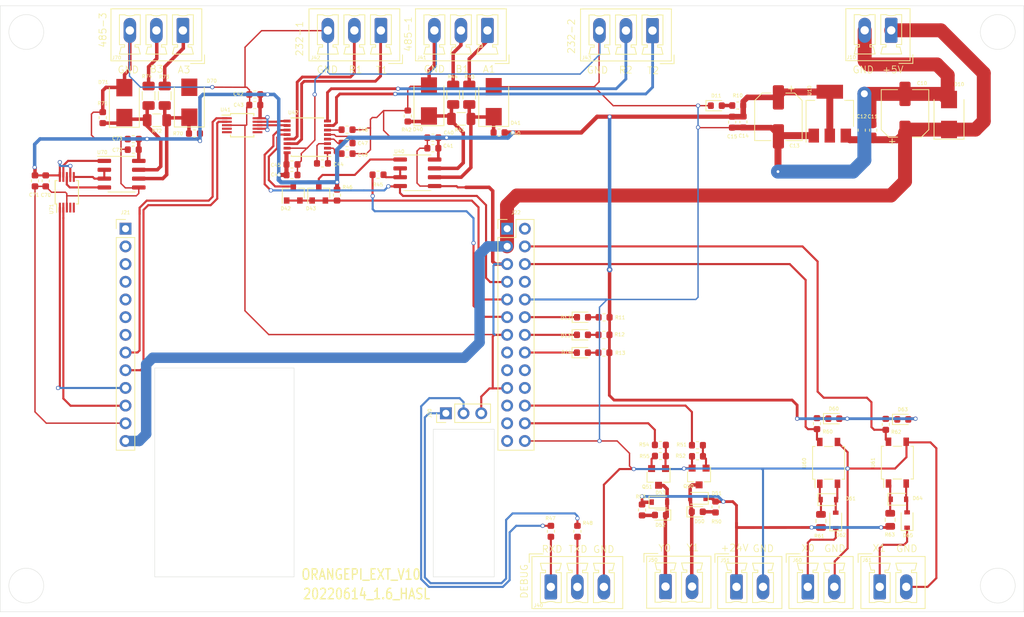
<source format=kicad_pcb>
(kicad_pcb (version 20171130) (host pcbnew "(5.1.5)-3")
  (layers (0 F.Cu signal) (31 B.Cu signal) (34 B.Paste user) (35 F.Paste user) (36 B.SilkS user) (37 F.SilkS user) (38 B.Mask user) (39 F.Mask user) (44 Edge.Cuts user))
  (net 0 "")
  (net 1 GND)
  (net 2 VDD)
  (net 3 VCC)
  (net 4 "Net-(D13-Pad2)")
  (net 5 "Net-(D50-Pad2)")
  (net 6 "Net-(D52-Pad2)")
  (net 7 "Net-(D60-Pad1)")
  (net 8 "Net-(D61-Pad1)")
  (net 9 "Net-(D63-Pad1)")
  (net 10 "Net-(D64-Pad1)")
  (net 11 /RS1_B)
  (net 12 /RS1_A)
  (net 13 "Net-(Q50-Pad1)")
  (net 14 "Net-(Q51-Pad1)")
  (net 15 /Y0)
  (net 16 /Y1)
  (net 17 /X1)
  (net 18 /X0)
  (net 19 "Net-(D61-Pad2)")
  (net 20 "Net-(D64-Pad2)")
  (net 21 /V5V)
  (net 22 "Net-(C44-Pad2)")
  (net 23 "Net-(C44-Pad1)")
  (net 24 "Net-(C47-Pad1)")
  (net 25 "Net-(C47-Pad2)")
  (net 26 "Net-(C48-Pad1)")
  (net 27 "Net-(C49-Pad1)")
  (net 28 "Net-(D11-Pad2)")
  (net 29 /PC6)
  (net 30 "Net-(D12-Pad2)")
  (net 31 /PC5)
  (net 32 "Net-(D14-Pad2)")
  (net 33 /PC8)
  (net 34 "Net-(D40-Pad1)")
  (net 35 "Net-(D41-Pad1)")
  (net 36 /R51)
  (net 37 /RX5)
  (net 38 /R52)
  (net 39 "Net-(D70-Pad1)")
  (net 40 "Net-(D71-Pad1)")
  (net 41 /TXD)
  (net 42 /RXD)
  (net 43 /IRX)
  (net 44 /PI6)
  (net 45 /PI16)
  (net 46 /PC1)
  (net 47 /TV)
  (net 48 /LR)
  (net 49 /LL)
  (net 50 /DP3)
  (net 51 /DM3)
  (net 52 /DP2)
  (net 53 /DM2)
  (net 54 /PH5)
  (net 55 /PH4)
  (net 56 /PC9)
  (net 57 /TX5)
  (net 58 /PC11)
  (net 59 /PC15)
  (net 60 /PC14)
  (net 61 /PH7)
  (net 62 /PH8)
  (net 63 /PC7)
  (net 64 /PH6)
  (net 65 /PH9)
  (net 66 /PC10)
  (net 67 "Net-(J40-Pad2)")
  (net 68 "Net-(J40-Pad1)")
  (net 69 /R1_232)
  (net 70 /T1_232)
  (net 71 /T2_232)
  (net 72 /R2_232)
  (net 73 /RS3_B)
  (net 74 /RS3_A)
  (net 75 "Net-(R45-Pad1)")
  (net 76 /UR3)
  (net 77 /UT3)
  (net 78 "Net-(U41-Pad6)")
  (net 79 "Net-(U41-Pad5)")
  (net 80 "Net-(U41-Pad4)")
  (net 81 "Net-(U70-Pad4)")
  (net 82 "Net-(U70-Pad2)")
  (net 83 "Net-(U70-Pad1)")
  (net 84 "Net-(U71-Pad4)")
  (net 85 "Net-(U71-Pad5)")
  (net 86 "Net-(J22-Pad2)")
  (net 87 "Net-(J22-Pad18)")
  (module kicad_footprint_general:CP_Elec_6.3x5.4 (layer F.Cu) (at 179.93 78.44 90)
    (fp_text reference C10 (at 4.33 2.44 180) (layer F.SilkS) (effects (font (size 0.5 0.5) (thickness 0.08))))
    (fp_text value 220uF)
    (pad 1 smd roundrect (at -2.8 0 90) (size 3.5 1.6) (layers F.Cu F.Paste F.Mask) (roundrect_rratio 0.15625) (net 21 /V5V))
    (pad 2 smd roundrect (at 2.8 0 90) (size 3.5 1.6) (layers F.Cu F.Paste F.Mask) (roundrect_rratio 0.15625) (net 1 GND))
  )
  (module kicad_footprint_general:C_0603_1608Metric (layer F.Cu) (at 175.36 80.85 90)
    (fp_text reference C11 (at 1.96 -0.08 180) (layer F.SilkS) (effects (font (size 0.5 0.5) (thickness 0.08))))
    (fp_text value 1uF)
    (pad 2 smd roundrect (at 0.7875 0 90) (size 0.875 0.95) (layers F.Cu F.Paste F.Mask) (net 1 GND))
    (pad 1 smd roundrect (at -0.7875 0 90) (size 0.875 0.95) (layers F.Cu F.Paste F.Mask) (net 21 /V5V))
  )
  (module kicad_footprint_general:C_0603_1608Metric (layer F.Cu) (at 173.72 80.85 90)
    (fp_text reference C12 (at 1.97 0 180) (layer F.SilkS) (effects (font (size 0.5 0.5) (thickness 0.08))))
    (fp_text value 100nF)
    (pad 1 smd roundrect (at -0.7875 0 90) (size 0.875 0.95) (layers F.Cu F.Paste F.Mask) (net 21 /V5V))
    (pad 2 smd roundrect (at 0.7875 0 90) (size 0.875 0.95) (layers F.Cu F.Paste F.Mask) (net 1 GND))
  )
  (module kicad_footprint_general:CP_Elec_6.3x5.4 (layer F.Cu) (at 161.75 78.94 270)
    (fp_text reference C13 (at 4.14 -2.31 180) (layer F.SilkS) (effects (font (size 0.5 0.5) (thickness 0.08))))
    (fp_text value 220uF)
    (pad 2 smd roundrect (at 2.8 0 270) (size 3.5 1.6) (layers F.Cu F.Paste F.Mask) (roundrect_rratio 0.15625) (net 1 GND))
    (pad 1 smd roundrect (at -2.8 0 270) (size 3.5 1.6) (layers F.Cu F.Paste F.Mask) (roundrect_rratio 0.15625) (net 3 VCC))
  )
  (module kicad_footprint_general:C_0603_1608Metric (layer F.Cu) (at 156.72 79.67 270)
    (fp_text reference C14 (at 1.99 -0.04 180) (layer F.SilkS) (effects (font (size 0.5 0.5) (thickness 0.08))))
    (fp_text value 1uF)
    (pad 1 smd roundrect (at -0.7875 0 270) (size 0.875 0.95) (layers F.Cu F.Paste F.Mask) (net 3 VCC))
    (pad 2 smd roundrect (at 0.7875 0 270) (size 0.875 0.95) (layers F.Cu F.Paste F.Mask) (net 1 GND))
  )
  (module kicad_footprint_general:C_0603_1608Metric (layer F.Cu) (at 155.11 79.7 270)
    (fp_text reference C15 (at 2.06 0 180) (layer F.SilkS) (effects (font (size 0.5 0.5) (thickness 0.08))))
    (fp_text value 100nF)
    (pad 2 smd roundrect (at 0.7875 0 270) (size 0.875 0.95) (layers F.Cu F.Paste F.Mask) (net 1 GND))
    (pad 1 smd roundrect (at -0.7875 0 270) (size 0.875 0.95) (layers F.Cu F.Paste F.Mask) (net 3 VCC))
  )
  (module kicad_footprint_general:C_0603_1608Metric (layer F.Cu) (at 112.13 81.93 180)
    (fp_text reference C40 (at -2.28 0.71) (layer F.SilkS) (effects (font (size 0.5 0.5) (thickness 0.08))))
    (fp_text value 100nF)
    (pad 2 smd roundrect (at 0.7875 0 180) (size 0.875 0.95) (layers F.Cu F.Paste F.Mask) (net 1 GND))
    (pad 1 smd roundrect (at -0.7875 0 180) (size 0.875 0.95) (layers F.Cu F.Paste F.Mask) (net 3 VCC))
  )
  (module kicad_footprint_general:C_0603_1608Metric (layer F.Cu) (at 112.13 83.44 180)
    (fp_text reference C41 (at -2.22 0.33) (layer F.SilkS) (effects (font (size 0.5 0.5) (thickness 0.08))))
    (fp_text value 1uF)
    (pad 1 smd roundrect (at -0.7875 0 180) (size 0.875 0.95) (layers F.Cu F.Paste F.Mask) (net 3 VCC))
    (pad 2 smd roundrect (at 0.7875 0 180) (size 0.875 0.95) (layers F.Cu F.Paste F.Mask) (net 1 GND))
  )
  (module kicad_footprint_general:C_0603_1608Metric (layer F.Cu) (at 86.56 75.72)
    (fp_text reference C42 (at -2.36 -0.06) (layer F.SilkS) (effects (font (size 0.5 0.5) (thickness 0.08))))
    (fp_text value 100nF)
    (pad 1 smd roundrect (at -0.7875 0) (size 0.875 0.95) (layers F.Cu F.Paste F.Mask) (net 1 GND))
    (pad 2 smd roundrect (at 0.7875 0) (size 0.875 0.95) (layers F.Cu F.Paste F.Mask) (net 3 VCC))
  )
  (module kicad_footprint_general:C_0603_1608Metric (layer F.Cu) (at 86.56 77.24)
    (fp_text reference C43 (at -2.32 -0.01) (layer F.SilkS) (effects (font (size 0.5 0.5) (thickness 0.08))))
    (fp_text value 1uF)
    (pad 2 smd roundrect (at 0.7875 0) (size 0.875 0.95) (layers F.Cu F.Paste F.Mask) (net 3 VCC))
    (pad 1 smd roundrect (at -0.7875 0) (size 0.875 0.95) (layers F.Cu F.Paste F.Mask) (net 1 GND))
  )
  (module kicad_footprint_general:C_0603_1608Metric (layer F.Cu) (at 96.28 85.62 180)
    (fp_text reference C44 (at -2.32 -0.15) (layer F.SilkS) (effects (font (size 0.5 0.5) (thickness 0.08))))
    (fp_text value 100nF)
    (pad 2 smd roundrect (at 0.7875 0 180) (size 0.875 0.95) (layers F.Cu F.Paste F.Mask) (net 22 "Net-(C44-Pad2)"))
    (pad 1 smd roundrect (at -0.7875 0 180) (size 0.875 0.95) (layers F.Cu F.Paste F.Mask) (net 23 "Net-(C44-Pad1)"))
  )
  (module kicad_footprint_general:C_0603_1608Metric (layer F.Cu) (at 91.9 85.77)
    (fp_text reference C45 (at -2.32 0.09) (layer F.SilkS) (effects (font (size 0.5 0.5) (thickness 0.08))))
    (fp_text value 1uF)
    (pad 1 smd roundrect (at -0.7875 0) (size 0.875 0.95) (layers F.Cu F.Paste F.Mask) (net 3 VCC))
    (pad 2 smd roundrect (at 0.7875 0) (size 0.875 0.95) (layers F.Cu F.Paste F.Mask) (net 1 GND))
  )
  (module kicad_footprint_general:C_0603_1608Metric (layer F.Cu) (at 91.9 87.29 180)
    (fp_text reference C46 (at 2.3 0.05) (layer F.SilkS) (effects (font (size 0.5 0.5) (thickness 0.08))))
    (fp_text value 100nF)
    (pad 2 smd roundrect (at 0.7875 0 180) (size 0.875 0.95) (layers F.Cu F.Paste F.Mask) (net 3 VCC))
    (pad 1 smd roundrect (at -0.7875 0 180) (size 0.875 0.95) (layers F.Cu F.Paste F.Mask) (net 1 GND))
  )
  (module kicad_footprint_general:C_0603_1608Metric (layer F.Cu) (at 99.81 82.7)
    (fp_text reference C47 (at 2.26 0.03) (layer F.SilkS) (effects (font (size 0.5 0.5) (thickness 0.08))))
    (fp_text value 100nF)
    (pad 1 smd roundrect (at -0.7875 0) (size 0.875 0.95) (layers F.Cu F.Paste F.Mask) (net 24 "Net-(C47-Pad1)"))
    (pad 2 smd roundrect (at 0.7875 0) (size 0.875 0.95) (layers F.Cu F.Paste F.Mask) (net 25 "Net-(C47-Pad2)"))
  )
  (module kicad_footprint_general:C_0603_1608Metric (layer F.Cu) (at 99.81 80.78)
    (fp_text reference C48 (at 2.28 0.03) (layer F.SilkS) (effects (font (size 0.5 0.5) (thickness 0.08))))
    (fp_text value 100nF)
    (pad 2 smd roundrect (at 0.7875 0) (size 0.875 0.95) (layers F.Cu F.Paste F.Mask) (net 1 GND))
    (pad 1 smd roundrect (at -0.7875 0) (size 0.875 0.95) (layers F.Cu F.Paste F.Mask) (net 26 "Net-(C48-Pad1)"))
  )
  (module kicad_footprint_general:C_0603_1608Metric (layer F.Cu) (at 99.81 84.22)
    (fp_text reference C49 (at 2.28 0.19) (layer F.SilkS) (effects (font (size 0.5 0.5) (thickness 0.08))))
    (fp_text value 100nF)
    (pad 1 smd roundrect (at -0.7875 0) (size 0.875 0.95) (layers F.Cu F.Paste F.Mask) (net 27 "Net-(C49-Pad1)"))
    (pad 2 smd roundrect (at 0.7875 0) (size 0.875 0.95) (layers F.Cu F.Paste F.Mask) (net 1 GND))
  )
  (module kicad_footprint_general:C_0603_1608Metric (layer F.Cu) (at 56.54 88.13 90)
    (fp_text reference C70 (at -2.04 0.02 180) (layer F.SilkS) (effects (font (size 0.5 0.5) (thickness 0.08))))
    (fp_text value 100nF)
    (pad 1 smd roundrect (at -0.7875 0 90) (size 0.875 0.95) (layers F.Cu F.Paste F.Mask) (net 1 GND))
    (pad 2 smd roundrect (at 0.7875 0 90) (size 0.875 0.95) (layers F.Cu F.Paste F.Mask) (net 3 VCC))
  )
  (module kicad_footprint_general:C_0603_1608Metric (layer F.Cu) (at 55 88.13 90)
    (fp_text reference C71 (at -2.01 -0.13 180) (layer F.SilkS) (effects (font (size 0.5 0.5) (thickness 0.08))))
    (fp_text value 1uF)
    (pad 2 smd roundrect (at 0.7875 0 90) (size 0.875 0.95) (layers F.Cu F.Paste F.Mask) (net 3 VCC))
    (pad 1 smd roundrect (at -0.7875 0 90) (size 0.875 0.95) (layers F.Cu F.Paste F.Mask) (net 1 GND))
  )
  (module kicad_footprint_general:C_0603_1608Metric (layer F.Cu) (at 69.11 83.65 180)
    (fp_text reference C72 (at 2.28 -0.05) (layer F.SilkS) (effects (font (size 0.5 0.5) (thickness 0.08))))
    (fp_text value 100nF)
    (pad 2 smd roundrect (at 0.7875 0 180) (size 0.875 0.95) (layers F.Cu F.Paste F.Mask) (net 1 GND))
    (pad 1 smd roundrect (at -0.7875 0 180) (size 0.875 0.95) (layers F.Cu F.Paste F.Mask) (net 3 VCC))
  )
  (module kicad_footprint_general:C_0603_1608Metric (layer F.Cu) (at 69.11 82.13 180)
    (fp_text reference C73 (at 2.3 0.08) (layer F.SilkS) (effects (font (size 0.5 0.5) (thickness 0.08))))
    (fp_text value 1uF)
    (pad 1 smd roundrect (at -0.7875 0 180) (size 0.875 0.95) (layers F.Cu F.Paste F.Mask) (net 3 VCC))
    (pad 2 smd roundrect (at 0.7875 0 180) (size 0.875 0.95) (layers F.Cu F.Paste F.Mask) (net 1 GND))
  )
  (module kicad_footprint_general:D_SMB (layer F.Cu) (at 186.25 78.6 90)
    (fp_text reference D10 (at 4.34 1.45 180) (layer F.SilkS) (effects (font (size 0.5 0.5) (thickness 0.08))))
    (fp_text value SMBJ5.0A)
    (pad 2 smd rect (at 2.15 0 90) (size 2.5 2.3) (layers F.Cu F.Paste F.Mask) (net 1 GND))
    (pad 1 smd rect (at -2.15 0 90) (size 2.5 2.3) (layers F.Cu F.Paste F.Mask) (net 21 /V5V))
  )
  (module kicad_footprint_general:LED_0603_1608Metric (layer F.Cu) (at 152.83 77.33)
    (fp_text reference D11 (at 0 -1.43) (layer F.SilkS) (effects (font (size 0.5 0.5) (thickness 0.08))))
    (fp_text value Red hide)
    (pad 1 smd roundrect (at -0.7875 0) (size 0.875 0.95) (layers F.Cu F.Paste F.Mask) (net 1 GND))
    (pad 2 smd roundrect (at 0.7875 0) (size 0.875 0.95) (layers F.Cu F.Paste F.Mask) (net 28 "Net-(D11-Pad2)"))
  )
  (module kicad_footprint_general:LED_0603_1608Metric (layer F.Cu) (at 133.62 107.71)
    (fp_text reference D12 (at -2.41 0.07) (layer F.SilkS) (effects (font (size 0.5 0.5) (thickness 0.08))))
    (fp_text value Red hide)
    (pad 1 smd roundrect (at -0.7875 0) (size 0.875 0.95) (layers F.Cu F.Paste F.Mask) (net 29 /PC6))
    (pad 2 smd roundrect (at 0.7875 0) (size 0.875 0.95) (layers F.Cu F.Paste F.Mask) (net 30 "Net-(D12-Pad2)"))
  )
  (module kicad_footprint_general:LED_0603_1608Metric (layer F.Cu) (at 133.61 110.24)
    (fp_text reference D13 (at -2.39 0.1) (layer F.SilkS) (effects (font (size 0.5 0.5) (thickness 0.08))))
    (fp_text value Red hide)
    (pad 2 smd roundrect (at 0.7875 0) (size 0.875 0.95) (layers F.Cu F.Paste F.Mask) (net 4 "Net-(D13-Pad2)"))
    (pad 1 smd roundrect (at -0.7875 0) (size 0.875 0.95) (layers F.Cu F.Paste F.Mask) (net 31 /PC5))
  )
  (module kicad_footprint_general:LED_0603_1608Metric (layer F.Cu) (at 133.6 112.8)
    (fp_text reference D14 (at -2.29 -0.06) (layer F.SilkS) (effects (font (size 0.5 0.5) (thickness 0.08))))
    (fp_text value Red hide)
    (pad 2 smd roundrect (at 0.7875 0) (size 0.875 0.95) (layers F.Cu F.Paste F.Mask) (net 32 "Net-(D14-Pad2)"))
    (pad 1 smd roundrect (at -0.7875 0) (size 0.875 0.95) (layers F.Cu F.Paste F.Mask) (net 33 /PC8))
  )
  (module kicad_footprint_general:D_SOD-323F (layer F.Cu) (at 144.67 134.26)
    (fp_text reference D53 (at 0.15 -1.35) (layer F.SilkS) (effects (font (size 0.5 0.5) (thickness 0.08))))
    (fp_text value 1N4148)
    (pad 2 smd rect (at 1.1 0) (size 0.6 0.8) (layers F.Cu F.Paste F.Mask) (net 15 /Y0))
    (pad 1 smd rect (at -1.1 0) (size 0.6 0.8) (layers F.Cu F.Paste F.Mask) (net 2 VDD))
  )
  (module kicad_footprint_general:D_SMB (layer F.Cu) (at 111.57 76.66 90)
    (fp_text reference D40 (at -4.07 -1.58 180) (layer F.SilkS) (effects (font (size 0.5 0.5) (thickness 0.08))))
    (fp_text value SMBJ12A)
    (pad 1 smd rect (at -2.15 0 90) (size 2.5 2.3) (layers F.Cu F.Paste F.Mask) (net 34 "Net-(D40-Pad1)"))
    (pad 2 smd rect (at 2.15 0 90) (size 2.5 2.3) (layers F.Cu F.Paste F.Mask) (net 1 GND))
  )
  (module kicad_footprint_general:D_SMB (layer F.Cu) (at 120.87 76.76 90)
    (fp_text reference D41 (at -3.05 3.15 180) (layer F.SilkS) (effects (font (size 0.5 0.5) (thickness 0.08))))
    (fp_text value SMBJ12A)
    (pad 2 smd rect (at 2.15 0 90) (size 2.5 2.3) (layers F.Cu F.Paste F.Mask) (net 1 GND))
    (pad 1 smd rect (at -2.15 0 90) (size 2.5 2.3) (layers F.Cu F.Paste F.Mask) (net 35 "Net-(D41-Pad1)"))
  )
  (module kicad_footprint_general:SOT-23 (layer F.Cu) (at 92.09 89.95 270)
    (fp_text reference D42 (at 2.15 1.09) (layer F.SilkS) (effects (font (size 0.5 0.5) (thickness 0.08))))
    (fp_text value BAT54C)
    (pad 3 smd rect (at -1 0 90) (size 0.9 0.8) (layers F.Cu F.Paste F.Mask) (net 36 /R51))
    (pad 2 smd rect (at 1 -0.95 90) (size 0.9 0.8) (layers F.Cu F.Paste F.Mask) (net 37 /RX5))
    (pad 1 smd rect (at 1 0.95 90) (size 0.9 0.8) (layers F.Cu F.Paste F.Mask) (net 37 /RX5))
  )
  (module kicad_footprint_general:SOT-23 (layer F.Cu) (at 95.75 89.95 270)
    (fp_text reference D43 (at 2.14 1.12) (layer F.SilkS) (effects (font (size 0.5 0.5) (thickness 0.08))))
    (fp_text value BAT54C)
    (pad 1 smd rect (at 1 0.95 90) (size 0.9 0.8) (layers F.Cu F.Paste F.Mask) (net 37 /RX5))
    (pad 2 smd rect (at 1 -0.95 90) (size 0.9 0.8) (layers F.Cu F.Paste F.Mask) (net 37 /RX5))
    (pad 3 smd rect (at -1 0 90) (size 0.9 0.8) (layers F.Cu F.Paste F.Mask) (net 38 /R52))
  )
  (module kicad_footprint_general:D_SOD-323F (layer F.Cu) (at 150.18 133.71 180)
    (fp_text reference D51 (at -2.71 0.71) (layer F.SilkS) (effects (font (size 0.5 0.5) (thickness 0.08))))
    (fp_text value 1N4148)
    (pad 1 smd rect (at -1.1 0 180) (size 0.6 0.8) (layers F.Cu F.Paste F.Mask) (net 2 VDD))
    (pad 2 smd rect (at 1.1 0 180) (size 0.6 0.8) (layers F.Cu F.Paste F.Mask) (net 16 /Y1))
  )
  (module kicad_footprint_general:D_SOD-323F (layer F.Cu) (at 168.93 133.9)
    (fp_text reference D61 (at 3.19 -0.15) (layer F.SilkS) (effects (font (size 0.5 0.5) (thickness 0.08))))
    (fp_text value 1N4148)
    (pad 2 smd rect (at 1.1 0) (size 0.6 0.8) (layers F.Cu F.Paste F.Mask) (net 19 "Net-(D61-Pad2)"))
    (pad 1 smd rect (at -1.1 0) (size 0.6 0.8) (layers F.Cu F.Paste F.Mask) (net 8 "Net-(D61-Pad1)"))
  )
  (module kicad_footprint_general:D_SOD-323F (layer F.Cu) (at 169.98 136.88 90)
    (fp_text reference D62 (at -2.11 0.76 180) (layer F.SilkS) (effects (font (size 0.5 0.5) (thickness 0.08))))
    (fp_text value 1N4148)
    (pad 1 smd rect (at -1.1 0 90) (size 0.6 0.8) (layers F.Cu F.Paste F.Mask) (net 18 /X0))
    (pad 2 smd rect (at 1.1 0 90) (size 0.6 0.8) (layers F.Cu F.Paste F.Mask) (net 19 "Net-(D61-Pad2)"))
  )
  (module kicad_footprint_general:D_SOD-323F (layer F.Cu) (at 178.99 133.85)
    (fp_text reference D64 (at 2.76 -0.15) (layer F.SilkS) (effects (font (size 0.5 0.5) (thickness 0.08))))
    (fp_text value 1N4148)
    (pad 2 smd rect (at 1.1 0) (size 0.6 0.8) (layers F.Cu F.Paste F.Mask) (net 20 "Net-(D64-Pad2)"))
    (pad 1 smd rect (at -1.1 0) (size 0.6 0.8) (layers F.Cu F.Paste F.Mask) (net 10 "Net-(D64-Pad1)"))
  )
  (module kicad_footprint_general:D_SOD-323F (layer F.Cu) (at 180.23 136.83 90)
    (fp_text reference D65 (at -2.2 0.13 180) (layer F.SilkS) (effects (font (size 0.5 0.5) (thickness 0.08))))
    (fp_text value 1N4148)
    (pad 1 smd rect (at -1.1 0 90) (size 0.6 0.8) (layers F.Cu F.Paste F.Mask) (net 17 /X1))
    (pad 2 smd rect (at 1.1 0 90) (size 0.6 0.8) (layers F.Cu F.Paste F.Mask) (net 20 "Net-(D64-Pad2)"))
  )
  (module kicad_footprint_general:D_SMB (layer F.Cu) (at 77.16 76.84 90)
    (fp_text reference D70 (at 3.07 3.22 180) (layer F.SilkS) (effects (font (size 0.5 0.5) (thickness 0.08))))
    (fp_text value SMBJ12A)
    (pad 1 smd rect (at -2.15 0 90) (size 2.5 2.3) (layers F.Cu F.Paste F.Mask) (net 39 "Net-(D70-Pad1)"))
    (pad 2 smd rect (at 2.15 0 90) (size 2.5 2.3) (layers F.Cu F.Paste F.Mask) (net 1 GND))
  )
  (module kicad_footprint_general:D_SMB (layer F.Cu) (at 67.83 76.89 90)
    (fp_text reference D71 (at 2.93 -3.02 180) (layer F.SilkS) (effects (font (size 0.5 0.5) (thickness 0.08))))
    (fp_text value SMBJ12A)
    (pad 2 smd rect (at 2.15 0 90) (size 2.5 2.3) (layers F.Cu F.Paste F.Mask) (net 1 GND))
    (pad 1 smd rect (at -2.15 0 90) (size 2.5 2.3) (layers F.Cu F.Paste F.Mask) (net 40 "Net-(D71-Pad1)"))
  )
  (module kicad_footprint_general:PhoenixContact_MCV_1,5_2-G-3.81_1x02_P3.81mm_Vertical (layer F.Cu) (at 177.95 66.51 180)
    (fp_text reference J10 (at 5.73 -3.88) (layer F.SilkS) (effects (font (size 0.5 0.5) (thickness 0.08))))
    (fp_text value Power)
    (pad 2 thru_hole oval (at 3.81 0 180) (size 1.8 3.6) (drill 1.2) (layers *.Cu *.Mask) (net 1 GND))
    (pad 1 thru_hole roundrect (at 0 0 180) (size 1.8 3.6) (drill 1.2) (layers *.Cu *.Mask) (roundrect_rratio 0.138889) (net 21 /V5V))
  )
  (module Connector_PinHeader_2.54mm:PinHeader_1x03_P2.54mm_Vertical (layer F.Cu) (at 114 121.5 90)
    (fp_text reference J20 (at 0 -2.33 90) (layer F.SilkS) (effects (font (size 0.5 0.5) (thickness 0.08))))
    (fp_text value DEBUG)
    (pad 1 thru_hole rect (at 0 0 90) (size 1.7 1.7) (drill 1) (layers *.Cu *.Mask) (net 41 /TXD))
    (pad 2 thru_hole oval (at 0 2.54 90) (size 1.7 1.7) (drill 1) (layers *.Cu *.Mask) (net 42 /RXD))
    (pad 3 thru_hole oval (at 0 5.08 90) (size 1.7 1.7) (drill 1) (layers *.Cu *.Mask) (net 1 GND))
  )
  (module Connector_PinHeader_2.54mm:PinHeader_1x13_P2.54mm_Vertical (layer F.Cu) (at 68 95)
    (fp_text reference J21 (at 0 -2.33) (layer F.SilkS) (effects (font (size 0.5 0.5) (thickness 0.08))))
    (fp_text value EXT1)
    (pad 1 thru_hole rect (at 0 0) (size 1.7 1.7) (drill 1) (layers *.Cu *.Mask) (net 43 /IRX))
    (pad 2 thru_hole oval (at 0 2.54) (size 1.7 1.7) (drill 1) (layers *.Cu *.Mask) (net 44 /PI6))
    (pad 3 thru_hole oval (at 0 5.08) (size 1.7 1.7) (drill 1) (layers *.Cu *.Mask) (net 45 /PI16))
    (pad 4 thru_hole oval (at 0 7.62) (size 1.7 1.7) (drill 1) (layers *.Cu *.Mask) (net 46 /PC1))
    (pad 5 thru_hole oval (at 0 10.16) (size 1.7 1.7) (drill 1) (layers *.Cu *.Mask) (net 47 /TV))
    (pad 6 thru_hole oval (at 0 12.7) (size 1.7 1.7) (drill 1) (layers *.Cu *.Mask) (net 48 /LR))
    (pad 7 thru_hole oval (at 0 15.24) (size 1.7 1.7) (drill 1) (layers *.Cu *.Mask) (net 49 /LL))
    (pad 8 thru_hole oval (at 0 17.78) (size 1.7 1.7) (drill 1) (layers *.Cu *.Mask) (net 50 /DP3))
    (pad 9 thru_hole oval (at 0 20.32) (size 1.7 1.7) (drill 1) (layers *.Cu *.Mask) (net 51 /DM3))
    (pad 10 thru_hole oval (at 0 22.86) (size 1.7 1.7) (drill 1) (layers *.Cu *.Mask) (net 52 /DP2))
    (pad 11 thru_hole oval (at 0 25.4) (size 1.7 1.7) (drill 1) (layers *.Cu *.Mask) (net 53 /DM2))
    (pad 12 thru_hole oval (at 0 27.94) (size 1.7 1.7) (drill 1) (layers *.Cu *.Mask) (net 1 GND))
    (pad 13 thru_hole oval (at 0 30.48) (size 1.7 1.7) (drill 1) (layers *.Cu *.Mask) (net 21 /V5V))
  )
  (module Connector_PinHeader_2.54mm:PinHeader_2x13_P2.54mm_Vertical (layer F.Cu) (at 122.8 95)
    (fp_text reference J22 (at 1.27 -2.33) (layer F.SilkS) (effects (font (size 0.5 0.5) (thickness 0.08))))
    (fp_text value EXT2)
    (pad 1 thru_hole rect (at 0 0) (size 1.7 1.7) (drill 1) (layers *.Cu *.Mask) (net 21 /V5V))
    (pad 2 thru_hole oval (at 2.54 0) (size 1.7 1.7) (drill 1) (layers *.Cu *.Mask) (net 86 "Net-(J22-Pad2)"))
    (pad 3 thru_hole oval (at 0 2.54) (size 1.7 1.7) (drill 1) (layers *.Cu *.Mask) (net 21 /V5V))
    (pad 4 thru_hole oval (at 2.54 2.54) (size 1.7 1.7) (drill 1) (layers *.Cu *.Mask) (net 54 /PH5))
    (pad 5 thru_hole oval (at 0 5.08) (size 1.7 1.7) (drill 1) (layers *.Cu *.Mask) (net 1 GND))
    (pad 6 thru_hole oval (at 2.54 5.08) (size 1.7 1.7) (drill 1) (layers *.Cu *.Mask) (net 55 /PH4))
    (pad 7 thru_hole oval (at 0 7.62) (size 1.7 1.7) (drill 1) (layers *.Cu *.Mask) (net 57 /TX5))
    (pad 8 thru_hole oval (at 2.54 7.62) (size 1.7 1.7) (drill 1) (layers *.Cu *.Mask) (net 56 /PC9))
    (pad 9 thru_hole oval (at 0 10.16) (size 1.7 1.7) (drill 1) (layers *.Cu *.Mask) (net 37 /RX5))
    (pad 10 thru_hole oval (at 2.54 10.16) (size 1.7 1.7) (drill 1) (layers *.Cu *.Mask) (net 1 GND))
    (pad 11 thru_hole oval (at 0 12.7) (size 1.7 1.7) (drill 1) (layers *.Cu *.Mask) (net 58 /PC11))
    (pad 12 thru_hole oval (at 2.54 12.7) (size 1.7 1.7) (drill 1) (layers *.Cu *.Mask) (net 29 /PC6))
    (pad 13 thru_hole oval (at 0 15.24) (size 1.7 1.7) (drill 1) (layers *.Cu *.Mask) (net 1 GND))
    (pad 14 thru_hole oval (at 2.54 15.24) (size 1.7 1.7) (drill 1) (layers *.Cu *.Mask) (net 31 /PC5))
    (pad 15 thru_hole oval (at 0 17.78) (size 1.7 1.7) (drill 1) (layers *.Cu *.Mask) (net 59 /PC15))
    (pad 16 thru_hole oval (at 2.54 17.78) (size 1.7 1.7) (drill 1) (layers *.Cu *.Mask) (net 33 /PC8))
    (pad 17 thru_hole oval (at 0 20.32) (size 1.7 1.7) (drill 1) (layers *.Cu *.Mask) (net 60 /PC14))
    (pad 18 thru_hole oval (at 2.54 20.32) (size 1.7 1.7) (drill 1) (layers *.Cu *.Mask) (net 87 "Net-(J22-Pad18)"))
    (pad 19 thru_hole oval (at 0 22.86) (size 1.7 1.7) (drill 1) (layers *.Cu *.Mask) (net 1 GND))
    (pad 20 thru_hole oval (at 2.54 22.86) (size 1.7 1.7) (drill 1) (layers *.Cu *.Mask) (net 61 /PH7))
    (pad 21 thru_hole oval (at 0 25.4) (size 1.7 1.7) (drill 1) (layers *.Cu *.Mask) (net 63 /PC7))
    (pad 22 thru_hole oval (at 2.54 25.4) (size 1.7 1.7) (drill 1) (layers *.Cu *.Mask) (net 62 /PH8))
    (pad 23 thru_hole oval (at 0 27.94) (size 1.7 1.7) (drill 1) (layers *.Cu *.Mask) (net 65 /PH9))
    (pad 24 thru_hole oval (at 2.54 27.94) (size 1.7 1.7) (drill 1) (layers *.Cu *.Mask) (net 64 /PH6))
    (pad 25 thru_hole oval (at 0 30.48) (size 1.7 1.7) (drill 1) (layers *.Cu *.Mask) (net 66 /PC10))
    (pad 26 thru_hole oval (at 2.54 30.48) (size 1.7 1.7) (drill 1) (layers *.Cu *.Mask) (net 1 GND))
  )
  (module kicad_footprint_general:PhoenixContact_MCV_1,5_3-G-3.81_1x03_P3.81mm_Vertical (layer F.Cu) (at 129.07 146.44)
    (fp_text reference J40 (at -1.78 2.65) (layer F.SilkS) (effects (font (size 0.5 0.5) (thickness 0.08))))
    (fp_text value DBG)
    (pad 3 thru_hole oval (at 7.62 0) (size 1.8 3.6) (drill 1.2) (layers *.Cu *.Mask) (net 1 GND))
    (pad 2 thru_hole oval (at 3.81 0) (size 1.8 3.6) (drill 1.2) (layers *.Cu *.Mask) (net 67 "Net-(J40-Pad2)"))
    (pad 1 thru_hole roundrect (at 0 0) (size 1.8 3.6) (drill 1.2) (layers *.Cu *.Mask) (roundrect_rratio 0.138889) (net 68 "Net-(J40-Pad1)"))
  )
  (module kicad_footprint_general:PhoenixContact_MCV_1,5_3-G-3.81_1x03_P3.81mm_Vertical (layer F.Cu) (at 119.97 66.53 180)
    (fp_text reference J41 (at 9.43 -3.9 180) (layer F.SilkS) (effects (font (size 0.5 0.5) (thickness 0.08))))
    (fp_text value 485-1)
    (pad 1 thru_hole roundrect (at 0 0 180) (size 1.8 3.6) (drill 1.2) (layers *.Cu *.Mask) (roundrect_rratio 0.138889) (net 12 /RS1_A))
    (pad 2 thru_hole oval (at 3.81 0 180) (size 1.8 3.6) (drill 1.2) (layers *.Cu *.Mask) (net 11 /RS1_B))
    (pad 3 thru_hole oval (at 7.62 0 180) (size 1.8 3.6) (drill 1.2) (layers *.Cu *.Mask) (net 1 GND))
  )
  (module kicad_footprint_general:PhoenixContact_MCV_1,5_3-G-3.81_1x03_P3.81mm_Vertical (layer F.Cu) (at 104.67 66.53 180)
    (fp_text reference J42 (at 9.37 -3.91) (layer F.SilkS) (effects (font (size 0.5 0.5) (thickness 0.08))))
    (fp_text value 232-1)
    (pad 3 thru_hole oval (at 7.62 0 180) (size 1.8 3.6) (drill 1.2) (layers *.Cu *.Mask) (net 1 GND))
    (pad 2 thru_hole oval (at 3.81 0 180) (size 1.8 3.6) (drill 1.2) (layers *.Cu *.Mask) (net 69 /R1_232))
    (pad 1 thru_hole roundrect (at 0 0 180) (size 1.8 3.6) (drill 1.2) (layers *.Cu *.Mask) (roundrect_rratio 0.138889) (net 70 /T1_232))
  )
  (module kicad_footprint_general:PhoenixContact_MCV_1,5_3-G-3.81_1x03_P3.81mm_Vertical (layer F.Cu) (at 143.67 66.55 180)
    (fp_text reference J43 (at 9.46 -3.9) (layer F.SilkS) (effects (font (size 0.5 0.5) (thickness 0.08))))
    (fp_text value 232-2)
    (pad 1 thru_hole roundrect (at 0 0 180) (size 1.8 3.6) (drill 1.2) (layers *.Cu *.Mask) (roundrect_rratio 0.138889) (net 71 /T2_232))
    (pad 2 thru_hole oval (at 3.81 0 180) (size 1.8 3.6) (drill 1.2) (layers *.Cu *.Mask) (net 72 /R2_232))
    (pad 3 thru_hole oval (at 7.62 0 180) (size 1.8 3.6) (drill 1.2) (layers *.Cu *.Mask) (net 1 GND))
  )
  (module kicad_footprint_general:PhoenixContact_MCV_1,5_2-G-3.81_1x02_P3.81mm_Vertical (layer F.Cu) (at 145.54 146.39)
    (fp_text reference J50 (at -1.8 -3.82) (layer F.SilkS) (effects (font (size 0.5 0.5) (thickness 0.08))))
    (fp_text value YOUT)
    (pad 2 thru_hole oval (at 3.81 0) (size 1.8 3.6) (drill 1.2) (layers *.Cu *.Mask) (net 16 /Y1))
    (pad 1 thru_hole roundrect (at 0 0) (size 1.8 3.6) (drill 1.2) (layers *.Cu *.Mask) (roundrect_rratio 0.138889) (net 15 /Y0))
  )
  (module kicad_footprint_general:PhoenixContact_MCV_1,5_2-G-3.81_1x02_P3.81mm_Vertical (layer F.Cu) (at 155.73 146.43)
    (fp_text reference J51 (at -1.64 -3.81 180) (layer F.SilkS) (effects (font (size 0.5 0.5) (thickness 0.08))))
    (fp_text value VDD)
    (pad 1 thru_hole roundrect (at 0 0) (size 1.8 3.6) (drill 1.2) (layers *.Cu *.Mask) (roundrect_rratio 0.138889) (net 2 VDD))
    (pad 2 thru_hole oval (at 3.81 0) (size 1.8 3.6) (drill 1.2) (layers *.Cu *.Mask) (net 1 GND))
  )
  (module kicad_footprint_general:PhoenixContact_MCV_1,5_2-G-3.81_1x02_P3.81mm_Vertical (layer F.Cu) (at 165.97 146.43)
    (fp_text reference J60 (at -1.51 -3.83) (layer F.SilkS) (effects (font (size 0.5 0.5) (thickness 0.08))))
    (fp_text value XIN)
    (pad 1 thru_hole roundrect (at 0 0) (size 1.8 3.6) (drill 1.2) (layers *.Cu *.Mask) (roundrect_rratio 0.138889) (net 18 /X0))
    (pad 2 thru_hole oval (at 3.81 0) (size 1.8 3.6) (drill 1.2) (layers *.Cu *.Mask) (net 1 GND))
  )
  (module kicad_footprint_general:PhoenixContact_MCV_1,5_2-G-3.81_1x02_P3.81mm_Vertical (layer F.Cu) (at 176.3 146.43)
    (fp_text reference J61 (at -1.82 -3.85) (layer F.SilkS) (effects (font (size 0.5 0.5) (thickness 0.08))))
    (fp_text value XIN)
    (pad 2 thru_hole oval (at 3.81 0) (size 1.8 3.6) (drill 1.2) (layers *.Cu *.Mask) (net 1 GND))
    (pad 1 thru_hole roundrect (at 0 0) (size 1.8 3.6) (drill 1.2) (layers *.Cu *.Mask) (roundrect_rratio 0.138889) (net 17 /X1))
  )
  (module kicad_footprint_general:PhoenixContact_MCV_1,5_3-G-3.81_1x03_P3.81mm_Vertical (layer F.Cu) (at 76.24 66.53 180)
    (fp_text reference J70 (at 9.52 -3.92) (layer F.SilkS) (effects (font (size 0.5 0.5) (thickness 0.08))))
    (fp_text value 485-3)
    (pad 3 thru_hole oval (at 7.62 0 180) (size 1.8 3.6) (drill 1.2) (layers *.Cu *.Mask) (net 1 GND))
    (pad 2 thru_hole oval (at 3.81 0 180) (size 1.8 3.6) (drill 1.2) (layers *.Cu *.Mask) (net 73 /RS3_B))
    (pad 1 thru_hole roundrect (at 0 0 180) (size 1.8 3.6) (drill 1.2) (layers *.Cu *.Mask) (roundrect_rratio 0.138889) (net 74 /RS3_A))
  )
  (module kicad_footprint_general:SOT-23_big (layer F.Cu) (at 150.36 130.58 90)
    (fp_text reference Q50 (at -1.39 -1.52) (layer F.SilkS) (effects (font (size 0.5 0.5) (thickness 0.08))))
    (fp_text value AO3400A)
    (pad 3 smd rect (at -1.2 0 270) (size 1 1) (layers F.Cu F.Paste F.Mask) (net 16 /Y1))
    (pad 2 smd rect (at 1.2 -1 270) (size 1 1) (layers F.Cu F.Paste F.Mask) (net 1 GND))
    (pad 1 smd rect (at 1.2 1 270) (size 1 1) (layers F.Cu F.Paste F.Mask) (net 13 "Net-(Q50-Pad1)"))
  )
  (module kicad_footprint_general:SOT-23_big (layer F.Cu) (at 144.54 130.64 90)
    (fp_text reference Q51 (at -1.42 -1.63) (layer F.SilkS) (effects (font (size 0.5 0.5) (thickness 0.08))))
    (fp_text value AO3400A)
    (pad 1 smd rect (at 1.2 1 270) (size 1 1) (layers F.Cu F.Paste F.Mask) (net 14 "Net-(Q51-Pad1)"))
    (pad 2 smd rect (at 1.2 -1 270) (size 1 1) (layers F.Cu F.Paste F.Mask) (net 1 GND))
    (pad 3 smd rect (at -1.2 0 270) (size 1 1) (layers F.Cu F.Paste F.Mask) (net 15 /Y0))
  )
  (module kicad_footprint_general:R_0603_1608Metric (layer F.Cu) (at 155.91 77.31)
    (fp_text reference R10 (at 0 -1.43) (layer F.SilkS) (effects (font (size 0.5 0.5) (thickness 0.08))))
    (fp_text value 2.7k hide)
    (pad 2 smd roundrect (at 0.7875 0) (size 0.875 0.95) (layers F.Cu F.Paste F.Mask) (net 3 VCC))
    (pad 1 smd roundrect (at -0.7875 0) (size 0.875 0.95) (layers F.Cu F.Paste F.Mask) (net 28 "Net-(D11-Pad2)"))
  )
  (module kicad_footprint_general:R_0603_1608Metric (layer F.Cu) (at 136.72 107.72)
    (fp_text reference R11 (at 2.3 0.03) (layer F.SilkS) (effects (font (size 0.5 0.5) (thickness 0.08))))
    (fp_text value 2.7k hide)
    (pad 1 smd roundrect (at -0.7875 0) (size 0.875 0.95) (layers F.Cu F.Paste F.Mask) (net 30 "Net-(D12-Pad2)"))
    (pad 2 smd roundrect (at 0.7875 0) (size 0.875 0.95) (layers F.Cu F.Paste F.Mask) (net 3 VCC))
  )
  (module kicad_footprint_general:R_0603_1608Metric (layer F.Cu) (at 136.7 110.24)
    (fp_text reference R12 (at 2.25 -0.05) (layer F.SilkS) (effects (font (size 0.5 0.5) (thickness 0.08))))
    (fp_text value 2.7k hide)
    (pad 2 smd roundrect (at 0.7875 0) (size 0.875 0.95) (layers F.Cu F.Paste F.Mask) (net 3 VCC))
    (pad 1 smd roundrect (at -0.7875 0) (size 0.875 0.95) (layers F.Cu F.Paste F.Mask) (net 4 "Net-(D13-Pad2)"))
  )
  (module kicad_footprint_general:R_0603_1608Metric (layer F.Cu) (at 136.69 112.8)
    (fp_text reference R13 (at 2.35 0.04) (layer F.SilkS) (effects (font (size 0.5 0.5) (thickness 0.08))))
    (fp_text value 2.7k hide)
    (pad 1 smd roundrect (at -0.7875 0) (size 0.875 0.95) (layers F.Cu F.Paste F.Mask) (net 32 "Net-(D14-Pad2)"))
    (pad 2 smd roundrect (at 0.7875 0) (size 0.875 0.95) (layers F.Cu F.Paste F.Mask) (net 3 VCC))
  )
  (module kicad_footprint_general:R_0603_1608Metric (layer F.Cu) (at 121.64 81.19)
    (fp_text reference R40 (at 2.35 0.13) (layer F.SilkS) (effects (font (size 0.5 0.5) (thickness 0.08))))
    (fp_text value 10k hide)
    (pad 2 smd roundrect (at 0.7875 0) (size 0.875 0.95) (layers F.Cu F.Paste F.Mask) (net 3 VCC))
    (pad 1 smd roundrect (at -0.7875 0) (size 0.875 0.95) (layers F.Cu F.Paste F.Mask) (net 35 "Net-(D41-Pad1)"))
  )
  (module kicad_footprint_general:R_1206_3216Metric (layer F.Cu) (at 116.2 79.23)
    (fp_text reference R41 (at -0.21 1.58) (layer F.SilkS) (effects (font (size 0.5 0.5) (thickness 0.08))))
    (fp_text value NP_120 hide)
    (pad 2 smd roundrect (at 1.4 0) (size 1.25 1.75) (layers F.Cu F.Paste F.Mask) (roundrect_rratio 0.2) (net 35 "Net-(D41-Pad1)"))
    (pad 1 smd roundrect (at -1.4 0) (size 1.25 1.75) (layers F.Cu F.Paste F.Mask) (roundrect_rratio 0.2) (net 34 "Net-(D40-Pad1)"))
  )
  (module kicad_footprint_general:R_0603_1608Metric (layer F.Cu) (at 108.53 78.82 270)
    (fp_text reference R42 (at 1.98 0.18 180) (layer F.SilkS) (effects (font (size 0.5 0.5) (thickness 0.08))))
    (fp_text value 10k hide)
    (pad 1 smd roundrect (at -0.7875 0 270) (size 0.875 0.95) (layers F.Cu F.Paste F.Mask) (net 1 GND))
    (pad 2 smd roundrect (at 0.7875 0 270) (size 0.875 0.95) (layers F.Cu F.Paste F.Mask) (net 34 "Net-(D40-Pad1)"))
  )
  (module kicad_footprint_general:R_1206_3216Metric (layer F.Cu) (at 117.36 75.76 270)
    (fp_text reference R43 (at -2.59 -0.04 180) (layer F.SilkS) (effects (font (size 0.5 0.5) (thickness 0.08))))
    (fp_text value 20 hide)
    (pad 2 smd roundrect (at 1.4 0 270) (size 1.25 1.75) (layers F.Cu F.Paste F.Mask) (roundrect_rratio 0.2) (net 35 "Net-(D41-Pad1)"))
    (pad 1 smd roundrect (at -1.4 0 270) (size 1.25 1.75) (layers F.Cu F.Paste F.Mask) (roundrect_rratio 0.2) (net 12 /RS1_A))
  )
  (module kicad_footprint_general:R_1206_3216Metric (layer F.Cu) (at 115.05 75.76 270)
    (fp_text reference R44 (at -2.6 0.07 180) (layer F.SilkS) (effects (font (size 0.5 0.5) (thickness 0.08))))
    (fp_text value 20 hide)
    (pad 1 smd roundrect (at -1.4 0 270) (size 1.25 1.75) (layers F.Cu F.Paste F.Mask) (roundrect_rratio 0.2) (net 11 /RS1_B))
    (pad 2 smd roundrect (at 1.4 0 270) (size 1.25 1.75) (layers F.Cu F.Paste F.Mask) (roundrect_rratio 0.2) (net 34 "Net-(D40-Pad1)"))
  )
  (module kicad_footprint_general:R_0603_1608Metric (layer F.Cu) (at 104.26 87.25 180)
    (fp_text reference R45 (at 0 -1.43) (layer F.SilkS) (effects (font (size 0.5 0.5) (thickness 0.08))))
    (fp_text value 33R hide)
    (pad 2 smd roundrect (at 0.7875 0 180) (size 0.875 0.95) (layers F.Cu F.Paste F.Mask) (net 58 /PC11))
    (pad 1 smd roundrect (at -0.7875 0 180) (size 0.875 0.95) (layers F.Cu F.Paste F.Mask) (net 75 "Net-(R45-Pad1)"))
  )
  (module kicad_footprint_general:R_0603_1608Metric (layer F.Cu) (at 98.37 90.17 90)
    (fp_text reference R46 (at 1.13 1.51 180) (layer F.SilkS) (effects (font (size 0.5 0.5) (thickness 0.08))))
    (fp_text value 10k hide)
    (pad 1 smd roundrect (at -0.7875 0 90) (size 0.875 0.95) (layers F.Cu F.Paste F.Mask) (net 37 /RX5))
    (pad 2 smd roundrect (at 0.7875 0 90) (size 0.875 0.95) (layers F.Cu F.Paste F.Mask) (net 3 VCC))
  )
  (module kicad_footprint_general:R_0603_1608Metric (layer F.Cu) (at 129.08 138.45 90)
    (fp_text reference R47 (at 1.86 -0.06 180) (layer F.SilkS) (effects (font (size 0.5 0.5) (thickness 0.08))))
    (fp_text value 33R hide)
    (pad 1 smd roundrect (at -0.7875 0 90) (size 0.875 0.95) (layers F.Cu F.Paste F.Mask) (net 68 "Net-(J40-Pad1)"))
    (pad 2 smd roundrect (at 0.7875 0 90) (size 0.875 0.95) (layers F.Cu F.Paste F.Mask) (net 42 /RXD))
  )
  (module kicad_footprint_general:R_0603_1608Metric (layer F.Cu) (at 132.89 138.45 90)
    (fp_text reference R48 (at 1.18 1.48 180) (layer F.SilkS) (effects (font (size 0.5 0.5) (thickness 0.08))))
    (fp_text value 33R hide)
    (pad 2 smd roundrect (at 0.7875 0 90) (size 0.875 0.95) (layers F.Cu F.Paste F.Mask) (net 41 /TXD))
    (pad 1 smd roundrect (at -0.7875 0 90) (size 0.875 0.95) (layers F.Cu F.Paste F.Mask) (net 67 "Net-(J40-Pad2)"))
  )
  (module kicad_footprint_general:R_0603_1608Metric (layer F.Cu) (at 152.72 134.96 90)
    (fp_text reference R50 (at -2.1 0.14 180) (layer F.SilkS) (effects (font (size 0.5 0.5) (thickness 0.08))))
    (fp_text value 33k hide)
    (pad 2 smd roundrect (at 0.7875 0 90) (size 0.875 0.95) (layers F.Cu F.Paste F.Mask) (net 2 VDD))
    (pad 1 smd roundrect (at -0.7875 0 90) (size 0.875 0.95) (layers F.Cu F.Paste F.Mask) (net 5 "Net-(D50-Pad2)"))
  )
  (module kicad_footprint_general:R_0603_1608Metric (layer F.Cu) (at 150.12 126.09 180)
    (fp_text reference R51 (at 2.27 0.08) (layer F.SilkS) (effects (font (size 0.5 0.5) (thickness 0.08))))
    (fp_text value 33R hide)
    (pad 2 smd roundrect (at 0.7875 0 180) (size 0.875 0.95) (layers F.Cu F.Paste F.Mask) (net 62 /PH8))
    (pad 1 smd roundrect (at -0.7875 0 180) (size 0.875 0.95) (layers F.Cu F.Paste F.Mask) (net 13 "Net-(Q50-Pad1)"))
  )
  (module kicad_footprint_general:R_0603_1608Metric (layer F.Cu) (at 150.13 127.68 180)
    (fp_text reference R52 (at 2.42 0.06) (layer F.SilkS) (effects (font (size 0.5 0.5) (thickness 0.08))))
    (fp_text value 2.7k hide)
    (pad 1 smd roundrect (at -0.7875 0 180) (size 0.875 0.95) (layers F.Cu F.Paste F.Mask) (net 13 "Net-(Q50-Pad1)"))
    (pad 2 smd roundrect (at 0.7875 0 180) (size 0.875 0.95) (layers F.Cu F.Paste F.Mask) (net 1 GND))
  )
  (module kicad_footprint_general:R_0603_1608Metric (layer F.Cu) (at 142.17 135.38 90)
    (fp_text reference R53 (at 1.89 -0.19 180) (layer F.SilkS) (effects (font (size 0.5 0.5) (thickness 0.08))))
    (fp_text value 33k hide)
    (pad 2 smd roundrect (at 0.7875 0 90) (size 0.875 0.95) (layers F.Cu F.Paste F.Mask) (net 2 VDD))
    (pad 1 smd roundrect (at -0.7875 0 90) (size 0.875 0.95) (layers F.Cu F.Paste F.Mask) (net 6 "Net-(D52-Pad2)"))
  )
  (module kicad_footprint_general:R_0603_1608Metric (layer F.Cu) (at 144.8 126.05 180)
    (fp_text reference R54 (at 2.33 0.05) (layer F.SilkS) (effects (font (size 0.5 0.5) (thickness 0.08))))
    (fp_text value 33R hide)
    (pad 1 smd roundrect (at -0.7875 0 180) (size 0.875 0.95) (layers F.Cu F.Paste F.Mask) (net 14 "Net-(Q51-Pad1)"))
    (pad 2 smd roundrect (at 0.7875 0 180) (size 0.875 0.95) (layers F.Cu F.Paste F.Mask) (net 64 /PH6))
  )
  (module kicad_footprint_general:R_0603_1608Metric (layer F.Cu) (at 144.81 127.64 180)
    (fp_text reference R55 (at 2.29 -0.03) (layer F.SilkS) (effects (font (size 0.5 0.5) (thickness 0.08))))
    (fp_text value 2.7k hide)
    (pad 1 smd roundrect (at -0.7875 0 180) (size 0.875 0.95) (layers F.Cu F.Paste F.Mask) (net 14 "Net-(Q51-Pad1)"))
    (pad 2 smd roundrect (at 0.7875 0 180) (size 0.875 0.95) (layers F.Cu F.Paste F.Mask) (net 1 GND))
  )
  (module kicad_footprint_general:R_0603_1608Metric (layer F.Cu) (at 167.29 122.99 270)
    (fp_text reference R60 (at 1.16 -1.54 180) (layer F.SilkS) (effects (font (size 0.5 0.5) (thickness 0.08))))
    (fp_text value 2.7k hide)
    (pad 1 smd roundrect (at -0.7875 0 270) (size 0.875 0.95) (layers F.Cu F.Paste F.Mask) (net 7 "Net-(D60-Pad1)"))
    (pad 2 smd roundrect (at 0.7875 0 270) (size 0.875 0.95) (layers F.Cu F.Paste F.Mask) (net 55 /PH4))
  )
  (module kicad_footprint_general:R_0805_2012Metric (layer F.Cu) (at 167.86 136.96 270)
    (fp_text reference R61 (at 2.17 0.24 180) (layer F.SilkS) (effects (font (size 0.5 0.5) (thickness 0.08))))
    (fp_text value 7.5k hide)
    (pad 2 smd roundrect (at 0.9375 0 270) (size 0.975 1.4) (layers F.Cu F.Paste F.Mask) (net 2 VDD))
    (pad 1 smd roundrect (at -0.9375 0 270) (size 0.975 1.4) (layers F.Cu F.Paste F.Mask) (net 8 "Net-(D61-Pad1)"))
  )
  (module kicad_footprint_general:R_0603_1608Metric (layer F.Cu) (at 177.17 123.09 270)
    (fp_text reference R62 (at 1.1 -1.5 180) (layer F.SilkS) (effects (font (size 0.5 0.5) (thickness 0.08))))
    (fp_text value 2.7k hide)
    (pad 2 smd roundrect (at 0.7875 0 270) (size 0.875 0.95) (layers F.Cu F.Paste F.Mask) (net 54 /PH5))
    (pad 1 smd roundrect (at -0.7875 0 270) (size 0.875 0.95) (layers F.Cu F.Paste F.Mask) (net 9 "Net-(D63-Pad1)"))
  )
  (module kicad_footprint_general:R_0805_2012Metric (layer F.Cu) (at 177.8 136.8 270)
    (fp_text reference R63 (at 2.13 0.05 180) (layer F.SilkS) (effects (font (size 0.5 0.5) (thickness 0.08))))
    (fp_text value 7.5k hide)
    (pad 1 smd roundrect (at -0.9375 0 270) (size 0.975 1.4) (layers F.Cu F.Paste F.Mask) (net 10 "Net-(D64-Pad1)"))
    (pad 2 smd roundrect (at 0.9375 0 270) (size 0.975 1.4) (layers F.Cu F.Paste F.Mask) (net 2 VDD))
  )
  (module kicad_footprint_general:R_0603_1608Metric (layer F.Cu) (at 77.9 81.33)
    (fp_text reference R70 (at -2.36 0.01) (layer F.SilkS) (effects (font (size 0.5 0.5) (thickness 0.08))))
    (fp_text value 10k hide)
    (pad 1 smd roundrect (at -0.7875 0) (size 0.875 0.95) (layers F.Cu F.Paste F.Mask) (net 39 "Net-(D70-Pad1)"))
    (pad 2 smd roundrect (at 0.7875 0) (size 0.875 0.95) (layers F.Cu F.Paste F.Mask) (net 3 VCC))
  )
  (module kicad_footprint_general:R_0603_1608Metric (layer F.Cu) (at 64.73 79.05 270)
    (fp_text reference R71 (at -2.04 0.02 180) (layer F.SilkS) (effects (font (size 0.5 0.5) (thickness 0.08))))
    (fp_text value 10k hide)
    (pad 2 smd roundrect (at 0.7875 0 270) (size 0.875 0.95) (layers F.Cu F.Paste F.Mask) (net 40 "Net-(D71-Pad1)"))
    (pad 1 smd roundrect (at -0.7875 0 270) (size 0.875 0.95) (layers F.Cu F.Paste F.Mask) (net 1 GND))
  )
  (module kicad_footprint_general:R_1206_3216Metric (layer F.Cu) (at 72.51 79.42)
    (fp_text reference R72 (at -0.01 1.54) (layer F.SilkS) (effects (font (size 0.5 0.5) (thickness 0.08))))
    (fp_text value NP_120 hide)
    (pad 1 smd roundrect (at -1.4 0) (size 1.25 1.75) (layers F.Cu F.Paste F.Mask) (roundrect_rratio 0.2) (net 40 "Net-(D71-Pad1)"))
    (pad 2 smd roundrect (at 1.4 0) (size 1.25 1.75) (layers F.Cu F.Paste F.Mask) (roundrect_rratio 0.2) (net 39 "Net-(D70-Pad1)"))
  )
  (module kicad_footprint_general:R_1206_3216Metric (layer F.Cu) (at 73.63 75.91 270)
    (fp_text reference R73 (at -2.7 0.09 180) (layer F.SilkS) (effects (font (size 0.5 0.5) (thickness 0.08))))
    (fp_text value 20R hide)
    (pad 2 smd roundrect (at 1.4 0 270) (size 1.25 1.75) (layers F.Cu F.Paste F.Mask) (roundrect_rratio 0.2) (net 39 "Net-(D70-Pad1)"))
    (pad 1 smd roundrect (at -1.4 0 270) (size 1.25 1.75) (layers F.Cu F.Paste F.Mask) (roundrect_rratio 0.2) (net 74 /RS3_A))
  )
  (module kicad_footprint_general:R_1206_3216Metric (layer F.Cu) (at 71.31 75.91 270)
    (fp_text reference R74 (at -2.78 0.24 180) (layer F.SilkS) (effects (font (size 0.5 0.5) (thickness 0.08))))
    (fp_text value 20R hide)
    (pad 1 smd roundrect (at -1.4 0 270) (size 1.25 1.75) (layers F.Cu F.Paste F.Mask) (roundrect_rratio 0.2) (net 73 /RS3_B))
    (pad 2 smd roundrect (at 1.4 0 270) (size 1.25 1.75) (layers F.Cu F.Paste F.Mask) (roundrect_rratio 0.2) (net 40 "Net-(D71-Pad1)"))
  )
  (module kicad_footprint_general:SOT-223 (layer F.Cu) (at 169.13 78.48 270)
    (fp_text reference U10 (at -3.31 2.92 270) (layer F.SilkS) (effects (font (size 0.5 0.5) (thickness 0.08))))
    (fp_text value AMS1117-3.3)
    (pad 1 smd rect (at 3.15 2.3 90) (size 2 1.5) (layers F.Cu F.Paste F.Mask) (net 1 GND))
    (pad 3 smd rect (at 3.15 -2.3 90) (size 2 1.5) (layers F.Cu F.Paste F.Mask) (net 21 /V5V))
    (pad 2 smd rect (at 3.15 0 90) (size 2 1.5) (layers F.Cu F.Paste F.Mask) (net 3 VCC))
    (pad 4 smd rect (at -3.15 0 90) (size 2 3.8) (layers F.Cu F.Paste F.Mask) (net 3 VCC))
  )
  (module kicad_footprint_general:SOIC-8_3.9x4.9mm_P1.27mm (layer F.Cu) (at 109.91 86.97 270)
    (fp_text reference U40 (at -3.06 2.6) (layer F.SilkS) (effects (font (size 0.5 0.5) (thickness 0.08))))
    (fp_text value SP3485EN)
    (pad 1 smd roundrect (at -1.905 2.475) (size 1.95 0.6) (layers F.Cu F.Paste F.Mask) (net 38 /R52))
    (pad 2 smd roundrect (at -0.635 2.475) (size 1.95 0.6) (layers F.Cu F.Paste F.Mask) (net 75 "Net-(R45-Pad1)"))
    (pad 3 smd roundrect (at 0.635 2.475) (size 1.95 0.6) (layers F.Cu F.Paste F.Mask) (net 75 "Net-(R45-Pad1)"))
    (pad 4 smd roundrect (at 1.905 2.475) (size 1.95 0.6) (layers F.Cu F.Paste F.Mask) (net 57 /TX5))
    (pad 5 smd roundrect (at 1.905 -2.475) (size 1.95 0.6) (layers F.Cu F.Paste F.Mask) (net 1 GND))
    (pad 6 smd roundrect (at 0.635 -2.475) (size 1.95 0.6) (layers F.Cu F.Paste F.Mask) (net 35 "Net-(D41-Pad1)"))
    (pad 7 smd roundrect (at -0.635 -2.475) (size 1.95 0.6) (layers F.Cu F.Paste F.Mask) (net 34 "Net-(D40-Pad1)"))
    (pad 8 smd roundrect (at -1.905 -2.475) (size 1.95 0.6) (layers F.Cu F.Paste F.Mask) (net 3 VCC))
  )
  (module kicad_footprint_general:MSOP-10_3x3mm_P0.5mm (layer F.Cu) (at 84.75 80.14 270)
    (fp_text reference U41 (at -2.23 2.39) (layer F.SilkS) (effects (font (size 0.5 0.5) (thickness 0.08))))
    (fp_text value CH340E)
    (pad 10 smd rect (at -1 -2.2) (size 1.4 0.3) (layers F.Cu F.Paste F.Mask) (net 3 VCC))
    (pad 9 smd rect (at -0.5 -2.2) (size 1.4 0.3) (layers F.Cu F.Paste F.Mask) (net 76 /UR3))
    (pad 8 smd rect (at 0 -2.2) (size 1.4 0.3) (layers F.Cu F.Paste F.Mask) (net 77 /UT3))
    (pad 7 smd rect (at 0.5 -2.2) (size 1.4 0.3) (layers F.Cu F.Paste F.Mask) (net 3 VCC))
    (pad 6 smd rect (at 1 -2.2) (size 1.4 0.3) (layers F.Cu F.Paste F.Mask) (net 78 "Net-(U41-Pad6)"))
    (pad 5 smd rect (at 1 2.2) (size 1.4 0.3) (layers F.Cu F.Paste F.Mask) (net 79 "Net-(U41-Pad5)"))
    (pad 4 smd rect (at 0.5 2.2) (size 1.4 0.3) (layers F.Cu F.Paste F.Mask) (net 80 "Net-(U41-Pad4)"))
    (pad 3 smd rect (at 0 2.2) (size 1.4 0.3) (layers F.Cu F.Paste F.Mask) (net 1 GND))
    (pad 2 smd rect (at -0.5 2.2) (size 1.4 0.3) (layers F.Cu F.Paste F.Mask) (net 51 /DM3))
    (pad 1 smd rect (at -1 2.2) (size 1.4 0.3) (layers F.Cu F.Paste F.Mask) (net 50 /DP3))
  )
  (module kicad_footprint_general:SSOP-16_4.4x5.2mm_P0.65mm (layer F.Cu) (at 94.1 81.81 90)
    (fp_text reference U42 (at 3.49 -2.02) (layer F.SilkS) (effects (font (size 0.5 0.5) (thickness 0.08))))
    (fp_text value SP3232EEY)
    (pad 16 smd rect (at -2.275 -2.9 180) (size 1 0.4) (layers F.Cu F.Paste F.Mask) (net 3 VCC))
    (pad 15 smd rect (at -1.625 -2.9 180) (size 1 0.4) (layers F.Cu F.Paste F.Mask) (net 1 GND))
    (pad 14 smd rect (at -0.975 -2.9 180) (size 1 0.4) (layers F.Cu F.Paste F.Mask) (net 70 /T1_232))
    (pad 13 smd rect (at -0.325 -2.9 180) (size 1 0.4) (layers F.Cu F.Paste F.Mask) (net 69 /R1_232))
    (pad 12 smd rect (at 0.325 -2.9 180) (size 1 0.4) (layers F.Cu F.Paste F.Mask) (net 36 /R51))
    (pad 11 smd rect (at 0.975 -2.9 180) (size 1 0.4) (layers F.Cu F.Paste F.Mask) (net 57 /TX5))
    (pad 10 smd rect (at 1.625 -2.9 180) (size 1 0.4) (layers F.Cu F.Paste F.Mask) (net 77 /UT3))
    (pad 9 smd rect (at 2.275 -2.9 180) (size 1 0.4) (layers F.Cu F.Paste F.Mask) (net 76 /UR3))
    (pad 8 smd rect (at 2.275 2.9 180) (size 1 0.4) (layers F.Cu F.Paste F.Mask) (net 72 /R2_232))
    (pad 7 smd rect (at 1.625 2.9 180) (size 1 0.4) (layers F.Cu F.Paste F.Mask) (net 71 /T2_232))
    (pad 6 smd rect (at 0.975 2.9 180) (size 1 0.4) (layers F.Cu F.Paste F.Mask) (net 26 "Net-(C48-Pad1)"))
    (pad 5 smd rect (at 0.325 2.9 180) (size 1 0.4) (layers F.Cu F.Paste F.Mask) (net 25 "Net-(C47-Pad2)"))
    (pad 4 smd rect (at -0.325 2.9 180) (size 1 0.4) (layers F.Cu F.Paste F.Mask) (net 24 "Net-(C47-Pad1)"))
    (pad 3 smd rect (at -0.975 2.9 180) (size 1 0.4) (layers F.Cu F.Paste F.Mask) (net 22 "Net-(C44-Pad2)"))
    (pad 2 smd rect (at -1.625 2.9 180) (size 1 0.4) (layers F.Cu F.Paste F.Mask) (net 27 "Net-(C49-Pad1)"))
    (pad 1 smd rect (at -2.275 2.9 180) (size 1 0.4) (layers F.Cu F.Paste F.Mask) (net 23 "Net-(C44-Pad1)"))
  )
  (module kicad_footprint_general:SO-4_4.4x4.3mm_P2.54mm (layer F.Cu) (at 168.96 128.62 270)
    (fp_text reference U60 (at 0 3.5 270) (layer F.SilkS) (effects (font (size 0.5 0.5) (thickness 0.08))))
    (fp_text value EL357N)
    (pad 3 smd rect (at -3 -1.27) (size 0.8 1.2) (layers F.Cu F.Paste F.Mask) (net 1 GND))
    (pad 2 smd rect (at 3 -1.27) (size 0.8 1.2) (layers F.Cu F.Paste F.Mask) (net 19 "Net-(D61-Pad2)"))
    (pad 1 smd rect (at 3 1.27) (size 0.8 1.2) (layers F.Cu F.Paste F.Mask) (net 8 "Net-(D61-Pad1)"))
    (pad 4 smd rect (at -3 1.27) (size 0.8 1.2) (layers F.Cu F.Paste F.Mask) (net 55 /PH4))
  )
  (module kicad_footprint_general:SO-4_4.4x4.3mm_P2.54mm (layer F.Cu) (at 178.83 128.59 270)
    (fp_text reference U61 (at 0 3.5 270) (layer F.SilkS) (effects (font (size 0.5 0.5) (thickness 0.08))))
    (fp_text value EL357N)
    (pad 4 smd rect (at -3 1.27) (size 0.8 1.2) (layers F.Cu F.Paste F.Mask) (net 54 /PH5))
    (pad 1 smd rect (at 3 1.27) (size 0.8 1.2) (layers F.Cu F.Paste F.Mask) (net 10 "Net-(D64-Pad1)"))
    (pad 2 smd rect (at 3 -1.27) (size 0.8 1.2) (layers F.Cu F.Paste F.Mask) (net 20 "Net-(D64-Pad2)"))
    (pad 3 smd rect (at -3 -1.27) (size 0.8 1.2) (layers F.Cu F.Paste F.Mask) (net 1 GND))
  )
  (module kicad_footprint_general:SOIC-8_3.9x4.9mm_P1.27mm (layer F.Cu) (at 67.43 87.17 270)
    (fp_text reference U70 (at -3.14 2.77) (layer F.SilkS) (effects (font (size 0.5 0.5) (thickness 0.08))))
    (fp_text value SP3485EN)
    (pad 8 smd roundrect (at -1.905 -2.475) (size 1.95 0.6) (layers F.Cu F.Paste F.Mask) (net 3 VCC))
    (pad 7 smd roundrect (at -0.635 -2.475) (size 1.95 0.6) (layers F.Cu F.Paste F.Mask) (net 40 "Net-(D71-Pad1)"))
    (pad 6 smd roundrect (at 0.635 -2.475) (size 1.95 0.6) (layers F.Cu F.Paste F.Mask) (net 39 "Net-(D70-Pad1)"))
    (pad 5 smd roundrect (at 1.905 -2.475) (size 1.95 0.6) (layers F.Cu F.Paste F.Mask) (net 1 GND))
    (pad 4 smd roundrect (at 1.905 2.475) (size 1.95 0.6) (layers F.Cu F.Paste F.Mask) (net 81 "Net-(U70-Pad4)"))
    (pad 3 smd roundrect (at 0.635 2.475) (size 1.95 0.6) (layers F.Cu F.Paste F.Mask) (net 82 "Net-(U70-Pad2)"))
    (pad 2 smd roundrect (at -0.635 2.475) (size 1.95 0.6) (layers F.Cu F.Paste F.Mask) (net 82 "Net-(U70-Pad2)"))
    (pad 1 smd roundrect (at -1.905 2.475) (size 1.95 0.6) (layers F.Cu F.Paste F.Mask) (net 83 "Net-(U70-Pad1)"))
  )
  (module kicad_footprint_general:MSOP-10_3x3mm_P0.5mm (layer F.Cu) (at 59.57 89.77)
    (fp_text reference U71 (at -2.21 2.4 270) (layer F.SilkS) (effects (font (size 0.5 0.5) (thickness 0.08))))
    (fp_text value CH340E)
    (pad 1 smd rect (at -1 2.2 90) (size 1.4 0.3) (layers F.Cu F.Paste F.Mask) (net 52 /DP2))
    (pad 2 smd rect (at -0.5 2.2 90) (size 1.4 0.3) (layers F.Cu F.Paste F.Mask) (net 53 /DM2))
    (pad 3 smd rect (at 0 2.2 90) (size 1.4 0.3) (layers F.Cu F.Paste F.Mask) (net 1 GND))
    (pad 4 smd rect (at 0.5 2.2 90) (size 1.4 0.3) (layers F.Cu F.Paste F.Mask) (net 84 "Net-(U71-Pad4)"))
    (pad 5 smd rect (at 1 2.2 90) (size 1.4 0.3) (layers F.Cu F.Paste F.Mask) (net 85 "Net-(U71-Pad5)"))
    (pad 6 smd rect (at 1 -2.2 90) (size 1.4 0.3) (layers F.Cu F.Paste F.Mask) (net 82 "Net-(U70-Pad2)"))
    (pad 7 smd rect (at 0.5 -2.2 90) (size 1.4 0.3) (layers F.Cu F.Paste F.Mask) (net 3 VCC))
    (pad 8 smd rect (at 0 -2.2 90) (size 1.4 0.3) (layers F.Cu F.Paste F.Mask) (net 81 "Net-(U70-Pad4)"))
    (pad 9 smd rect (at -0.5 -2.2 90) (size 1.4 0.3) (layers F.Cu F.Paste F.Mask) (net 83 "Net-(U70-Pad1)"))
    (pad 10 smd rect (at -1 -2.2 90) (size 1.4 0.3) (layers F.Cu F.Paste F.Mask) (net 3 VCC))
  )
  (module kicad_footprint_general:LED_0603_1608Metric (layer F.Cu) (at 169.7 122.28)
    (fp_text reference D60 (at 0 -1.43) (layer F.SilkS) (effects (font (size 0.5 0.5) (thickness 0.08))))
    (fp_text value Red hide)
    (pad 2 smd roundrect (at 0.7875 0) (size 0.875 0.95) (layers F.Cu F.Paste F.Mask) (net 3 VCC))
    (pad 1 smd roundrect (at -0.7875 0) (size 0.875 0.95) (layers F.Cu F.Paste F.Mask) (net 7 "Net-(D60-Pad1)"))
  )
  (module kicad_footprint_general:LED_0603_1608Metric (layer F.Cu) (at 179.61 122.38)
    (fp_text reference D63 (at 0 -1.43) (layer F.SilkS) (effects (font (size 0.5 0.5) (thickness 0.08))))
    (fp_text value Red hide)
    (pad 1 smd roundrect (at -0.7875 0) (size 0.875 0.95) (layers F.Cu F.Paste F.Mask) (net 9 "Net-(D63-Pad1)"))
    (pad 2 smd roundrect (at 0.7875 0) (size 0.875 0.95) (layers F.Cu F.Paste F.Mask) (net 3 VCC))
  )
  (module kicad_footprint_general:LED_0603_1608Metric (layer F.Cu) (at 150.1 135.65)
    (fp_text reference D50 (at 0.31 1.37) (layer F.SilkS) (effects (font (size 0.5 0.5) (thickness 0.08))))
    (fp_text value Red hide)
    (pad 2 smd roundrect (at 0.7875 0) (size 0.875 0.95) (layers F.Cu F.Paste F.Mask) (net 5 "Net-(D50-Pad2)"))
    (pad 1 smd roundrect (at -0.7875 0) (size 0.875 0.95) (layers F.Cu F.Paste F.Mask) (net 16 /Y1))
  )
  (module kicad_footprint_general:LED_0603_1608Metric (layer F.Cu) (at 144.81 136.11 180)
    (fp_text reference D52 (at 0 -1.43) (layer F.SilkS) (effects (font (size 0.5 0.5) (thickness 0.08))))
    (fp_text value Red hide)
    (pad 1 smd roundrect (at -0.7875 0 180) (size 0.875 0.95) (layers F.Cu F.Paste F.Mask) (net 15 /Y0))
    (pad 2 smd roundrect (at 0.7875 0 180) (size 0.875 0.95) (layers F.Cu F.Paste F.Mask) (net 6 "Net-(D52-Pad2)"))
  )
  (gr_text 232-2 (at 132.03 67.36 90) (layer F.SilkS) (effects (font (size 1 1) (thickness 0.1))))
  (gr_text 485-1 (at 108.59 67.06 90) (layer F.SilkS) (effects (font (size 1 1) (thickness 0.1))))
  (gr_text 232-1 (at 92.99 67.71 90) (layer F.SilkS) (effects (font (size 1 1) (thickness 0.1))))
  (gr_text 485-3 (at 64.74 66.47 90) (layer F.SilkS) (effects (font (size 1 1) (thickness 0.1))))
  (gr_text GND (at 68.39 72.18) (layer F.SilkS) (effects (font (size 1 1) (thickness 0.1))))
  (gr_text B3 (at 72.47 72.08) (layer F.SilkS) (effects (font (size 1 1) (thickness 0.1))))
  (gr_text A3 (at 76.4 72.18) (layer F.SilkS) (effects (font (size 1 1) (thickness 0.1))))
  (gr_text GND (at 96.98 72.16) (layer F.SilkS) (effects (font (size 1 1) (thickness 0.1))))
  (gr_text R1 (at 101.03 72.16) (layer F.SilkS) (effects (font (size 1 1) (thickness 0.1))))
  (gr_text T1 (at 104.8 72.22) (layer F.SilkS) (effects (font (size 1 1) (thickness 0.1))))
  (gr_text GND (at 112.35 72.08) (layer F.SilkS) (effects (font (size 1 1) (thickness 0.1))))
  (gr_text B1 (at 116.36 72.08) (layer F.SilkS) (effects (font (size 1 1) (thickness 0.1))))
  (gr_text A1 (at 120.21 72.08) (layer F.SilkS) (effects (font (size 1 1) (thickness 0.1))))
  (gr_text T2 (at 143.76 72.29) (layer F.SilkS) (effects (font (size 1 1) (thickness 0.1))))
  (gr_text R2 (at 139.83 72.21) (layer F.SilkS) (effects (font (size 1 1) (thickness 0.1))))
  (gr_text GND (at 135.77 72.22) (layer F.SilkS) (effects (font (size 1 1) (thickness 0.1))))
  (gr_text +5V (at 178.19 72.16) (layer F.SilkS) (effects (font (size 1 1) (thickness 0.1))))
  (gr_text GND (at 173.93 72.17) (layer F.SilkS) (effects (font (size 1 1) (thickness 0.1))))
  (gr_text GND (at 180.19 140.93) (layer F.SilkS) (effects (font (size 1 1) (thickness 0.1))))
  (gr_text X1 (at 176.23 140.87) (layer F.SilkS) (effects (font (size 1 1) (thickness 0.1))))
  (gr_text GND (at 169.86 140.92) (layer F.SilkS) (effects (font (size 1 1) (thickness 0.1))))
  (gr_text X0 (at 166.01 140.87) (layer F.SilkS) (effects (font (size 1 1) (thickness 0.1))))
  (gr_text GND (at 159.58 140.93) (layer F.SilkS) (effects (font (size 1 1) (thickness 0.1))))
  (gr_text +24V (at 155.46 140.83) (layer F.SilkS) (effects (font (size 1 1) (thickness 0.1))))
  (gr_text Y1 (at 149.46 140.8) (layer F.SilkS) (effects (font (size 1 1) (thickness 0.1))))
  (gr_text DEBUG (at 125.25 145.63 90) (layer F.SilkS) (effects (font (size 1 1) (thickness 0.1))))
  (gr_text GND (at 136.67 141.04) (layer F.SilkS) (effects (font (size 1 1) (thickness 0.1))))
  (gr_text TXD (at 132.97 141.01) (layer F.SilkS) (effects (font (size 1 1) (thickness 0.1))))
  (gr_line (start 112.19 145) (end 120.95 145) (layer Edge.Cuts) (width 0.05))
  (gr_line (start 112.19 123.8) (end 120.95 123.8) (layer Edge.Cuts) (width 0.05))
  (gr_line (start 112.19 145) (end 112.19 123.8) (layer Edge.Cuts) (width 0.05))
  (gr_line (start 120.95 145) (end 120.95 123.8) (layer Edge.Cuts) (width 0.05))
  (gr_line (start 72.2 145) (end 92.2 145) (layer Edge.Cuts) (width 0.05))
  (gr_line (start 92.2 115) (end 92.2 145) (layer Edge.Cuts) (width 0.05))
  (gr_line (start 72.2 115) (end 92.2 115) (layer Edge.Cuts) (width 0.05))
  (gr_line (start 72.2 145) (end 72.2 115) (layer Edge.Cuts) (width 0.05))
  (gr_text Y0 (at 145.42 140.87) (layer F.SilkS) (effects (font (size 1 1) (thickness 0.1))))
  (gr_text RXD (at 129.25 141.01) (layer F.SilkS) (effects (font (size 1 1) (thickness 0.1))))
  (gr_circle (center 193.25 66.75) (end 195.75 66.75) (layer Edge.Cuts) (width 0.05))
  (gr_circle (center 193.25 146.25) (end 195.75 146.25) (layer Edge.Cuts) (width 0.05))
  (gr_circle (center 53.75 66.75) (end 56.25 66.75) (layer Edge.Cuts) (width 0.05))
  (gr_circle (center 53.75 146.25) (end 56.25 146.25) (layer Edge.Cuts) (width 0.05))
  (gr_text 20220614_1.6_HASL (at 102.62 147.45) (layer F.SilkS) (effects (font (size 1.5 1.2) (thickness 0.2))))
  (gr_text ORANGEPI_EXT_V10 (at 101.82 144.65) (layer F.SilkS) (effects (font (size 1.5 1.2) (thickness 0.2))))
  (gr_line (start 197 150) (end 197 63) (layer Edge.Cuts) (width 0.05))
  (gr_line (start 50 63) (end 197 63) (layer Edge.Cuts) (width 0.05))
  (gr_line (start 50 150) (end 50 63) (layer Edge.Cuts) (width 0.05))
  (gr_line (start 50 150) (end 197 150) (layer Edge.Cuts) (width 0.05))
  (segment (start 64.73 78.2625) (end 64.73 75.17) (width 0.5) (layer F.Cu) (net 1))
  (segment (start 64.73 75.17) (end 65.19 74.71) (width 0.5) (layer F.Cu) (net 1))
  (segment (start 65.19 74.71) (end 67.86 74.71) (width 0.5) (layer F.Cu) (net 1))
  (segment (start 55 88.9175) (end 56.5375 88.9175) (width 0.2) (layer F.Cu) (net 1))
  (segment (start 56.5375 88.9175) (end 57.38 89.76) (width 0.2) (layer F.Cu) (net 1))
  (segment (start 57.38 89.76) (end 59.37 89.76) (width 0.2) (layer F.Cu) (net 1))
  (segment (start 59.37 89.76) (end 59.57 89.96) (width 0.2) (layer F.Cu) (net 1))
  (segment (start 55 88.9175) (end 55 121.3) (width 0.2) (layer F.Cu) (net 1))
  (segment (start 55 121.3) (end 56.62 122.92) (width 0.2) (layer F.Cu) (net 1))
  (segment (start 56.62 122.92) (end 67.97 122.92) (width 0.2) (layer F.Cu) (net 1))
  (segment (start 59.57 90.28) (end 69.55 90.28) (width 0.2) (layer F.Cu) (net 1))
  (segment (start 59.57 90.28) (end 59.57 91.99) (width 0.2) (layer F.Cu) (net 1))
  (segment (start 59.57 89.96) (end 59.57 90.28) (width 0.2) (layer F.Cu) (net 1))
  (segment (start 69.55 90.28) (end 69.9 89.93) (width 0.2) (layer F.Cu) (net 1))
  (segment (start 69.9 89.93) (end 69.9 89.09) (width 0.2) (layer F.Cu) (net 1))
  (segment (start 67.42 82.13) (end 67.35 82.2) (width 0.2) (layer F.Cu) (net 1))
  (segment (start 67.35 88.51) (end 67.98 89.14) (width 0.2) (layer F.Cu) (net 1))
  (segment (start 67.98 89.14) (end 69.84 89.14) (width 0.2) (layer F.Cu) (net 1))
  (segment (start 67.35 83.59) (end 68.26 83.59) (width 0.2) (layer F.Cu) (net 1))
  (segment (start 67.35 83.59) (end 67.35 88.51) (width 0.2) (layer F.Cu) (net 1))
  (segment (start 67.35 82.2) (end 67.35 83.59) (width 0.2) (layer F.Cu) (net 1))
  (segment (start 68.26 83.59) (end 68.32 83.65) (width 0.2) (layer F.Cu) (net 1))
  (segment (start 64.73 78.2625) (end 63.3875 78.2625) (width 0.2) (layer F.Cu) (net 1))
  (segment (start 63.3875 78.2625) (end 63.11 78.54) (width 0.2) (layer F.Cu) (net 1))
  (segment (start 63.11 78.54) (end 63.11 81.56) (width 0.2) (layer F.Cu) (net 1))
  (segment (start 63.66 82.11) (end 67.66 82.11) (width 0.2) (layer F.Cu) (net 1))
  (segment (start 63.11 81.56) (end 63.66 82.11) (width 0.2) (layer F.Cu) (net 1))
  (segment (start 68.3225 82.13) (end 67.66 82.11) (width 0.2) (layer F.Cu) (net 1))
  (segment (start 67.66 82.11) (end 67.42 82.13) (width 0.2) (layer F.Cu) (net 1))
  (segment (start 68.62 66.53) (end 68.62 72.11) (width 0.5) (layer F.Cu) (net 1))
  (segment (start 68.62 72.11) (end 67.86 72.87) (width 0.5) (layer F.Cu) (net 1))
  (segment (start 67.86 72.87) (end 67.86 74.74) (width 0.5) (layer F.Cu) (net 1))
  (segment (start 108.53 78.0325) (end 108.53 74.94) (width 0.2) (layer F.Cu) (net 1))
  (segment (start 108.53 74.94) (end 108.92 74.55) (width 0.2) (layer F.Cu) (net 1))
  (segment (start 108.92 74.55) (end 111.65 74.55) (width 0.2) (layer F.Cu) (net 1))
  (segment (start 112.35 66.53) (end 112.35 71.5) (width 0.5) (layer F.Cu) (net 1))
  (segment (start 112.35 71.5) (end 111.6 72.25) (width 0.5) (layer F.Cu) (net 1))
  (segment (start 111.6 72.25) (end 111.6 74.58) (width 0.5) (layer F.Cu) (net 1))
  (segment (start 143.54 129.44) (end 143.54 128.07) (width 0.3) (layer F.Cu) (net 1))
  (segment (start 143.54 128.07) (end 143.99 127.62) (width 0.3) (layer F.Cu) (net 1))
  (segment (start 149.3425 127.68) (end 149.3425 129.4275) (width 0.3) (layer F.Cu) (net 1))
  (segment (start 149.3425 129.4275) (end 149.33 129.44) (width 0.3) (layer F.Cu) (net 1))
  (segment (start 119.08 121.5) (end 119.08 119.11) (width 0.3) (layer F.Cu) (net 1))
  (segment (start 119.08 119.11) (end 120.26 117.93) (width 0.3) (layer F.Cu) (net 1))
  (segment (start 120.73 117.93) (end 120.73 110.48) (width 0.3) (layer F.Cu) (net 1))
  (segment (start 120.73 117.93) (end 122.81 117.93) (width 0.3) (layer F.Cu) (net 1))
  (segment (start 120.26 117.93) (end 120.73 117.93) (width 0.3) (layer F.Cu) (net 1))
  (segment (start 120.73 110.48) (end 120.96 110.25) (width 0.3) (layer F.Cu) (net 1))
  (segment (start 120.96 110.25) (end 122.85 110.25) (width 0.3) (layer F.Cu) (net 1))
  (segment (start 122.8 100.08) (end 121.7 100.08) (width 0.3) (layer B.Cu) (net 1))
  (segment (start 121.7 100.08) (end 120.92 100.08) (width 0.3) (layer B.Cu) (net 1))
  (segment (start 120.92 100.08) (end 120.92 100.23) (width 0.3) (layer B.Cu) (net 1))
  (segment (start 120.92 100.23) (end 120.83 100.32) (width 0.3) (layer B.Cu) (net 1))
  (segment (start 120.83 100.32) (end 120.83 110.02) (width 0.3) (layer B.Cu) (net 1))
  (segment (start 120.83 110.02) (end 121.03 110.22) (width 0.3) (layer B.Cu) (net 1))
  (segment (start 125.34 105.16) (end 137.09 105.16) (width 0.3) (layer B.Cu) (net 1))
  (segment (start 125.34 125.48) (end 136.06 125.48) (width 0.2) (layer F.Cu) (net 1))
  (segment (start 138.6 125.48) (end 140.37 127.25) (width 0.2) (layer F.Cu) (net 1))
  (segment (start 140.37 127.25) (end 140.37 129.07) (width 0.2) (layer F.Cu) (net 1))
  (segment (start 140.37 129.07) (end 140.81 129.51) (width 0.2) (layer F.Cu) (net 1))
  (segment (start 136.69 146.44) (end 136.69 131.76) (width 0.3) (layer F.Cu) (net 1))
  (segment (start 138.94 129.51) (end 140.98 129.51) (width 0.3) (layer F.Cu) (net 1))
  (segment (start 136.69 131.76) (end 138.94 129.51) (width 0.3) (layer F.Cu) (net 1))
  (segment (start 140.81 129.51) (end 140.98 129.51) (width 0.2) (layer F.Cu) (net 1))
  (segment (start 140.98 129.51) (end 143.57 129.51) (width 0.2) (layer F.Cu) (net 1))
  (segment (start 174.14 66.51) (end 174.14 70.89) (width 2) (layer F.Cu) (net 1))
  (segment (start 174.14 70.89) (end 174.66 71.41) (width 2) (layer F.Cu) (net 1))
  (segment (start 174.66 71.41) (end 184.51 71.41) (width 2) (layer F.Cu) (net 1))
  (segment (start 184.51 71.41) (end 186.06 72.96) (width 2) (layer F.Cu) (net 1))
  (segment (start 186.06 72.96) (end 186.06 76.48) (width 2) (layer F.Cu) (net 1))
  (segment (start 179.93 75.64) (end 185.33 75.64) (width 2) (layer F.Cu) (net 1))
  (segment (start 185.33 75.64) (end 186.1 76.41) (width 2) (layer F.Cu) (net 1))
  (via (at 174.09 75.62) (size 2) (drill 1) (layers F.Cu B.Cu) (net 1))
  (segment (start 179.93 75.64) (end 174.14 75.64) (width 2) (layer F.Cu) (net 1))
  (segment (start 173.72 80.0625) (end 175.3225 80.0625) (width 1) (layer F.Cu) (net 1))
  (segment (start 175.3225 80.0625) (end 175.31 80.05) (width 1) (layer F.Cu) (net 1))
  (segment (start 175.25 75.62) (end 175.33 75.7) (width 1) (layer F.Cu) (net 1))
  (segment (start 174.09 75.62) (end 175.25 75.62) (width 1) (layer F.Cu) (net 1))
  (segment (start 175.31 80.05) (end 175.33 75.7) (width 1) (layer F.Cu) (net 1))
  (segment (start 174.09 75.62) (end 174.09 85.16) (width 2) (layer B.Cu) (net 1))
  (segment (start 174.09 85.16) (end 172.45 86.8) (width 2) (layer B.Cu) (net 1))
  (segment (start 172.45 86.8) (end 161.69 86.8) (width 2) (layer B.Cu) (net 1))
  (segment (start 166.83 81.63) (end 161.86 81.63) (width 1) (layer F.Cu) (net 1))
  (segment (start 161.86 81.63) (end 160.72 80.49) (width 0.8) (layer F.Cu) (net 1))
  (segment (start 160.72 80.49) (end 156.5 80.49) (width 0.8) (layer F.Cu) (net 1))
  (segment (start 156.72 80.4575) (end 155.1525 80.4575) (width 0.8) (layer F.Cu) (net 1))
  (segment (start 155.1525 80.4575) (end 155.09 80.52) (width 0.8) (layer F.Cu) (net 1))
  (segment (start 161.69 86.8) (end 161.69 86.8) (width 2) (layer B.Cu) (net 1))
  (via (at 161.69 86.8) (size 0.8) (drill 0.4) (layers F.Cu B.Cu) (net 1))
  (segment (start 161.69 86.8) (end 161.69 81.75) (width 1) (layer F.Cu) (net 1))
  (segment (start 161.69 81.75) (end 161.72 81.72) (width 1) (layer F.Cu) (net 1))
  (segment (start 120.87 74.61) (end 135.31 74.61) (width 0.2) (layer F.Cu) (net 1))
  (segment (start 135.31 74.61) (end 136 73.92) (width 0.2) (layer F.Cu) (net 1))
  (segment (start 136 73.92) (end 136 66.57) (width 0.2) (layer F.Cu) (net 1))
  (segment (start 138.03 77.33) (end 135.31 74.61) (width 0.2) (layer F.Cu) (net 1))
  (segment (start 152.0425 77.33) (end 150.21 77.33) (width 0.2) (layer F.Cu) (net 1))
  (segment (start 85.33 80.14) (end 85.4 80.07) (width 0.2) (layer F.Cu) (net 1))
  (segment (start 85.4 80.07) (end 85.4 77.58) (width 0.2) (layer F.Cu) (net 1))
  (segment (start 85.4 77.58) (end 85.82 77.16) (width 0.2) (layer F.Cu) (net 1))
  (segment (start 85.82 77.16) (end 85.82 75.7) (width 0.2) (layer F.Cu) (net 1))
  (segment (start 85.41 74.69) (end 85.8 75.08) (width 0.2) (layer F.Cu) (net 1))
  (segment (start 85.8 75.08) (end 85.8 75.69) (width 0.2) (layer F.Cu) (net 1))
  (via (at 80.46 74.67) (size 0.6) (drill 0.4) (layers F.Cu B.Cu) (net 1))
  (segment (start 77.16 74.69) (end 80.44 74.69) (width 0.2) (layer F.Cu) (net 1))
  (segment (start 80.44 74.69) (end 80.46 74.67) (width 0.2) (layer F.Cu) (net 1))
  (segment (start 80.46 74.67) (end 70.15 74.67) (width 0.2) (layer B.Cu) (net 1))
  (segment (start 70.15 74.67) (end 68.57 73.09) (width 0.2) (layer B.Cu) (net 1))
  (segment (start 68.57 73.09) (end 68.57 66.53) (width 0.2) (layer B.Cu) (net 1))
  (segment (start 85.161006 74.688994) (end 85.161006 68.938994) (width 0.2) (layer F.Cu) (net 1))
  (segment (start 85.161006 74.688994) (end 85.41 74.69) (width 0.2) (layer F.Cu) (net 1))
  (segment (start 80.46 74.67) (end 85.161006 74.688994) (width 0.2) (layer F.Cu) (net 1))
  (segment (start 85.161006 68.938994) (end 87.54 66.56) (width 0.2) (layer F.Cu) (net 1))
  (segment (start 87.54 66.56) (end 97.09 66.56) (width 0.2) (layer F.Cu) (net 1))
  (segment (start 97.05 72.51) (end 97.33 72.79) (width 0.2) (layer B.Cu) (net 1))
  (segment (start 111.51 72.79) (end 112.61 71.69) (width 0.2) (layer B.Cu) (net 1))
  (segment (start 112.61 71.69) (end 112.61 66.58) (width 0.2) (layer B.Cu) (net 1))
  (segment (start 92.6875 87.29) (end 92.6875 85.8025) (width 0.2) (layer F.Cu) (net 1))
  (segment (start 92.6875 85.8025) (end 93.24 85.25) (width 0.2) (layer F.Cu) (net 1))
  (segment (start 93.24 85.25) (end 93.24 84.21) (width 0.2) (layer F.Cu) (net 1))
  (segment (start 95.19 82.26) (end 95.19 75.75) (width 0.2) (layer F.Cu) (net 1))
  (via (at 95.16 75.72) (size 0.6) (drill 0.4) (layers F.Cu B.Cu) (net 1))
  (segment (start 95.19 75.75) (end 95.16 75.72) (width 0.2) (layer F.Cu) (net 1))
  (segment (start 95.16 75.72) (end 95.21 75.67) (width 0.2) (layer B.Cu) (net 1))
  (segment (start 95.21 73.6) (end 97.09 71.72) (width 0.2) (layer B.Cu) (net 1))
  (segment (start 95.21 75.67) (end 95.21 73.6) (width 0.2) (layer B.Cu) (net 1))
  (segment (start 97.05 66.53) (end 97.09 71.72) (width 0.2) (layer B.Cu) (net 1))
  (segment (start 97.09 71.72) (end 97.05 72.51) (width 0.2) (layer B.Cu) (net 1))
  (segment (start 91.2 83.435) (end 94.075 83.435) (width 0.2) (layer F.Cu) (net 1))
  (segment (start 94.075 83.435) (end 94.18 83.33) (width 0.2) (layer F.Cu) (net 1))
  (segment (start 93.24 84.21) (end 94.18 83.33) (width 0.2) (layer F.Cu) (net 1))
  (segment (start 94.18 83.33) (end 95.19 82.26) (width 0.2) (layer F.Cu) (net 1))
  (segment (start 100.5975 84.22) (end 102.6 84.22) (width 0.2) (layer F.Cu) (net 1))
  (segment (start 102.6 84.22) (end 103.17 83.65) (width 0.2) (layer F.Cu) (net 1))
  (segment (start 103.17 79.3) (end 103.44 79.03) (width 0.2) (layer F.Cu) (net 1))
  (segment (start 103.17 80.54) (end 102.72 80.54) (width 0.2) (layer F.Cu) (net 1))
  (segment (start 103.17 80.54) (end 103.17 79.3) (width 0.2) (layer F.Cu) (net 1))
  (segment (start 103.17 83.65) (end 103.17 80.54) (width 0.2) (layer F.Cu) (net 1))
  (segment (start 102.72 80.54) (end 102.47 80.79) (width 0.2) (layer F.Cu) (net 1))
  (segment (start 102.47 80.79) (end 100.6 80.79) (width 0.2) (layer F.Cu) (net 1))
  (segment (start 103.44 79.03) (end 104.07 79.03) (width 0.2) (layer F.Cu) (net 1))
  (segment (start 104.07 79.03) (end 105.06 78.04) (width 0.2) (layer F.Cu) (net 1))
  (segment (start 105.06 78.04) (end 108.53 78.04) (width 0.2) (layer F.Cu) (net 1))
  (segment (start 111.3425 81.93) (end 106.11 81.93) (width 0.2) (layer F.Cu) (net 1))
  (segment (start 105.06 80.88) (end 105.06 78.04) (width 0.2) (layer F.Cu) (net 1))
  (segment (start 106.11 81.93) (end 105.06 80.88) (width 0.2) (layer F.Cu) (net 1))
  (segment (start 111.3425 81.93) (end 111.3425 83.4175) (width 0.2) (layer F.Cu) (net 1))
  (segment (start 111.3425 83.4175) (end 111.32 83.44) (width 0.2) (layer F.Cu) (net 1))
  (segment (start 112.385 88.875) (end 110.285 88.875) (width 0.2) (layer F.Cu) (net 1))
  (segment (start 110.285 88.875) (end 109.86 88.45) (width 0.2) (layer F.Cu) (net 1))
  (segment (start 109.86 88.45) (end 109.86 83.84) (width 0.2) (layer F.Cu) (net 1))
  (segment (start 109.86 83.84) (end 110.26 83.44) (width 0.2) (layer F.Cu) (net 1))
  (segment (start 110.26 83.44) (end 111.31 83.44) (width 0.2) (layer F.Cu) (net 1))
  (segment (start 122.8 100.08) (end 121.1 100.08) (width 0.5) (layer F.Cu) (net 1))
  (segment (start 121.1 100.08) (end 120.73 99.71) (width 0.5) (layer F.Cu) (net 1))
  (segment (start 120.73 99.71) (end 120.73 89.58) (width 0.5) (layer F.Cu) (net 1))
  (segment (start 120.73 89.58) (end 120.21 89.06) (width 0.5) (layer F.Cu) (net 1))
  (segment (start 120.21 89.06) (end 116.87 89.06) (width 0.5) (layer F.Cu) (net 1))
  (segment (start 116.87 89.06) (end 115.7 89.06) (width 0.3) (layer F.Cu) (net 1))
  (segment (start 115.7 89.06) (end 115.53 88.89) (width 0.3) (layer F.Cu) (net 1))
  (segment (start 115.53 88.89) (end 112.39 88.89) (width 0.3) (layer F.Cu) (net 1))
  (segment (start 85.15 80.14) (end 85.15 106.78) (width 0.2) (layer F.Cu) (net 1))
  (segment (start 85.15 80.14) (end 85.33 80.14) (width 0.2) (layer F.Cu) (net 1))
  (segment (start 82.55 80.14) (end 85.15 80.14) (width 0.2) (layer F.Cu) (net 1))
  (segment (start 85.15 106.78) (end 88.57 110.2) (width 0.2) (layer F.Cu) (net 1))
  (segment (start 88.57 110.2) (end 122.92 110.2) (width 0.2) (layer F.Cu) (net 1))
  (segment (start 110.4 72.79) (end 133.28 72.79) (width 0.2) (layer B.Cu) (net 1))
  (segment (start 110.4 72.79) (end 111.51 72.79) (width 0.2) (layer B.Cu) (net 1))
  (segment (start 97.33 72.79) (end 110.4 72.79) (width 0.2) (layer B.Cu) (net 1))
  (segment (start 133.28 72.79) (end 136.12 69.95) (width 0.2) (layer B.Cu) (net 1))
  (segment (start 136.12 69.95) (end 136.12 66.78) (width 0.2) (layer B.Cu) (net 1))
  (segment (start 150.21 77.33) (end 138.03 77.33) (width 0.2) (layer F.Cu) (net 1))
  (via (at 150.21 77.33) (size 0.6) (drill 0.4) (layers F.Cu B.Cu) (net 1))
  (via (at 150.21 80.45) (size 0.6) (drill 0.4) (layers F.Cu B.Cu) (net 1))
  (segment (start 155.11 80.4875) (end 150.2475 80.4875) (width 0.2) (layer F.Cu) (net 1))
  (segment (start 150.2475 80.4875) (end 150.21 80.45) (width 0.2) (layer F.Cu) (net 1))
  (segment (start 150.21 80.45) (end 150.21 77.33) (width 0.2) (layer B.Cu) (net 1))
  (segment (start 150.21 104.84) (end 150.21 80.45) (width 0.2) (layer B.Cu) (net 1))
  (segment (start 149.89 105.16) (end 150.21 104.84) (width 0.2) (layer B.Cu) (net 1))
  (segment (start 136.06 125.48) (end 138.6 125.48) (width 0.2) (layer F.Cu) (net 1))
  (via (at 136.06 125.48) (size 0.6) (drill 0.4) (layers F.Cu B.Cu) (net 1))
  (segment (start 136.06 106.27) (end 137.17 105.16) (width 0.2) (layer B.Cu) (net 1))
  (segment (start 136.06 125.48) (end 136.06 106.27) (width 0.2) (layer B.Cu) (net 1))
  (segment (start 137.09 105.16) (end 137.17 105.16) (width 0.2) (layer B.Cu) (net 1))
  (segment (start 137.17 105.16) (end 149.89 105.16) (width 0.2) (layer B.Cu) (net 1))
  (segment (start 149.36 129.38) (end 148.25 129.38) (width 0.3) (layer F.Cu) (net 1))
  (via (at 148.19 129.44) (size 0.6) (drill 0.4) (layers F.Cu B.Cu) (net 1))
  (segment (start 148.25 129.38) (end 148.19 129.44) (width 0.3) (layer F.Cu) (net 1))
  (via (at 140.98 129.51) (size 0.6) (drill 0.4) (layers F.Cu B.Cu) (net 1))
  (segment (start 148.19 129.44) (end 148.12 129.51) (width 0.3) (layer B.Cu) (net 1))
  (segment (start 148.12 129.51) (end 140.98 129.51) (width 0.3) (layer B.Cu) (net 1))
  (via (at 171.69 129.44) (size 0.6) (drill 0.4) (layers F.Cu B.Cu) (net 1))
  (segment (start 171.69 129.44) (end 171.69 127.1) (width 0.3) (layer F.Cu) (net 1))
  (segment (start 171.69 127.1) (end 170.22 125.63) (width 0.3) (layer F.Cu) (net 1))
  (segment (start 171.69 129.44) (end 178.5 129.44) (width 0.3) (layer F.Cu) (net 1))
  (segment (start 178.5 129.44) (end 180.14 127.8) (width 0.3) (layer F.Cu) (net 1))
  (segment (start 180.14 127.8) (end 180.14 125.64) (width 0.3) (layer F.Cu) (net 1))
  (segment (start 180.11 146.43) (end 183.17 146.43) (width 0.3) (layer F.Cu) (net 1))
  (segment (start 183.17 146.43) (end 184.43 145.17) (width 0.3) (layer F.Cu) (net 1))
  (segment (start 184.43 145.17) (end 184.43 126.53) (width 0.3) (layer F.Cu) (net 1))
  (segment (start 184.43 126.53) (end 183.58 125.68) (width 0.3) (layer F.Cu) (net 1))
  (segment (start 183.58 125.68) (end 180.17 125.68) (width 0.3) (layer F.Cu) (net 1))
  (segment (start 171.69 129.44) (end 171.69 140.91) (width 0.3) (layer F.Cu) (net 1))
  (segment (start 171.69 140.91) (end 169.84 142.76) (width 0.3) (layer F.Cu) (net 1))
  (segment (start 169.84 142.76) (end 169.84 146.42) (width 0.3) (layer F.Cu) (net 1))
  (segment (start 159.54 129.65) (end 159.33 129.44) (width 0.3) (layer B.Cu) (net 1))
  (segment (start 159.54 146.43) (end 159.54 129.65) (width 0.3) (layer B.Cu) (net 1))
  (segment (start 148.19 129.44) (end 159.33 129.44) (width 0.3) (layer B.Cu) (net 1))
  (segment (start 159.33 129.44) (end 171.69 129.44) (width 0.3) (layer B.Cu) (net 1))
  (segment (start 142.17 134.5925) (end 142.17 134.57) (width 0.5) (layer F.Cu) (net 2))
  (segment (start 142.17 134.57) (end 142.46 134.28) (width 0.5) (layer F.Cu) (net 2))
  (segment (start 142.46 134.28) (end 143.54 134.28) (width 0.5) (layer F.Cu) (net 2))
  (segment (start 151.28 133.71) (end 152.23 133.71) (width 0.5) (layer F.Cu) (net 2))
  (segment (start 152.23 133.71) (end 152.7 134.18) (width 0.5) (layer F.Cu) (net 2))
  (segment (start 155.73 134.72) (end 155.2 134.19) (width 0.4) (layer F.Cu) (net 2))
  (via (at 142.16 133.44) (size 0.6) (drill 0.4) (layers F.Cu B.Cu) (net 2))
  (segment (start 142.17 134.5925) (end 142.17 133.45) (width 0.4) (layer F.Cu) (net 2))
  (segment (start 142.17 133.45) (end 142.16 133.44) (width 0.4) (layer F.Cu) (net 2))
  (segment (start 142.16 133.44) (end 153.09 133.44) (width 0.4) (layer B.Cu) (net 2))
  (via (at 153.84 134.19) (size 0.6) (drill 0.4) (layers F.Cu B.Cu) (net 2))
  (segment (start 155.2 134.19) (end 153.84 134.19) (width 0.4) (layer F.Cu) (net 2))
  (segment (start 153.09 133.44) (end 153.84 134.19) (width 0.4) (layer B.Cu) (net 2))
  (segment (start 153.84 134.19) (end 152.68 134.19) (width 0.4) (layer F.Cu) (net 2))
  (segment (start 155.73 146.43) (end 155.73 137.27) (width 0.4) (layer F.Cu) (net 2))
  (segment (start 155.73 137.27) (end 155.73 134.72) (width 0.4) (layer F.Cu) (net 2))
  (segment (start 155.73 137.87) (end 155.73 137.27) (width 0.4) (layer F.Cu) (net 2))
  (segment (start 167.86 137.8975) (end 166.518884 137.898884) (width 0.4) (layer F.Cu) (net 2))
  (segment (start 155.74 137.91) (end 155.73 137.87) (width 0.4) (layer F.Cu) (net 2))
  (segment (start 166.518884 137.898884) (end 155.74 137.91) (width 0.4) (layer F.Cu) (net 2))
  (via (at 166.518884 137.898884) (size 0.6) (drill 0.4) (layers F.Cu B.Cu) (net 2))
  (via (at 176.49 137.9) (size 0.6) (drill 0.4) (layers F.Cu B.Cu) (net 2))
  (segment (start 166.518884 137.898884) (end 176.488884 137.898884) (width 0.4) (layer B.Cu) (net 2))
  (segment (start 176.488884 137.898884) (end 176.49 137.9) (width 0.4) (layer B.Cu) (net 2))
  (segment (start 176.49 137.9) (end 177.7 137.9) (width 0.4) (layer F.Cu) (net 2))
  (segment (start 177.7 137.9) (end 177.7 137.85) (width 0.4) (layer F.Cu) (net 2))
  (segment (start 177.7 137.85) (end 177.81 137.74) (width 0.4) (layer F.Cu) (net 2))
  (segment (start 69.8975 82.13) (end 69.8975 85.2475) (width 0.5) (layer F.Cu) (net 3))
  (segment (start 69.8975 85.2475) (end 69.9 85.25) (width 0.5) (layer F.Cu) (net 3))
  (segment (start 55 87.3425) (end 58.3425 87.3425) (width 0.3) (layer F.Cu) (net 3))
  (segment (start 58.3425 87.3425) (end 58.345 87.34) (width 0.3) (layer F.Cu) (net 3))
  (segment (start 58.345 87.34) (end 58.56 87.34) (width 0.3) (layer F.Cu) (net 3))
  (segment (start 58.56 87.34) (end 58.57 87.35) (width 0.3) (layer F.Cu) (net 3))
  (segment (start 58.57 87.35) (end 58.57 86.91) (width 0.3) (layer F.Cu) (net 3))
  (via (at 58.57 85.45) (size 0.6) (drill 0.4) (layers F.Cu B.Cu) (net 3))
  (segment (start 58.57 87.57) (end 58.57 85.45) (width 0.3) (layer F.Cu) (net 3))
  (segment (start 58.57 85.45) (end 58.57 85.91) (width 0.3) (layer B.Cu) (net 3))
  (via (at 60.07 85.99) (size 0.6) (drill 0.4) (layers F.Cu B.Cu) (net 3))
  (segment (start 58.57 85.91) (end 58.65 85.99) (width 0.3) (layer B.Cu) (net 3))
  (segment (start 58.65 85.99) (end 60.07 85.99) (width 0.3) (layer B.Cu) (net 3))
  (segment (start 60.07 85.99) (end 60.07 87.58) (width 0.3) (layer F.Cu) (net 3))
  (segment (start 69.8975 82.13) (end 71.07 82.13) (width 0.3) (layer F.Cu) (net 3))
  (via (at 71.09 82.11) (size 0.6) (drill 0.4) (layers F.Cu B.Cu) (net 3))
  (segment (start 71.07 82.13) (end 71.09 82.11) (width 0.3) (layer F.Cu) (net 3))
  (segment (start 78.6875 81.33) (end 78.6875 82.3975) (width 0.3) (layer F.Cu) (net 3))
  (via (at 78.69 82.4) (size 0.6) (drill 0.4) (layers F.Cu B.Cu) (net 3))
  (segment (start 78.6875 82.3975) (end 78.69 82.4) (width 0.3) (layer F.Cu) (net 3))
  (segment (start 112.92 83.435) (end 112.92 85.02) (width 0.4) (layer F.Cu) (net 3))
  (segment (start 112.9175 81.93) (end 112.9175 83.4325) (width 0.4) (layer F.Cu) (net 3))
  (segment (start 112.9175 83.4325) (end 112.92 83.435) (width 0.4) (layer F.Cu) (net 3))
  (segment (start 112.875 85.065) (end 112.92 85.02) (width 0.4) (layer F.Cu) (net 3))
  (segment (start 112.385 85.065) (end 112.875 85.065) (width 0.4) (layer F.Cu) (net 3))
  (segment (start 169.13 81.63) (end 169.13 75.36) (width 1) (layer F.Cu) (net 3))
  (segment (start 169.13 75.36) (end 165.25 75.36) (width 1) (layer F.Cu) (net 3))
  (segment (start 165.25 75.36) (end 162.5 75.36) (width 1) (layer F.Cu) (net 3))
  (segment (start 162.5 75.36) (end 161.73 76.13) (width 1) (layer F.Cu) (net 3))
  (segment (start 155.11 78.9125) (end 156.7075 78.9125) (width 0.8) (layer F.Cu) (net 3))
  (segment (start 156.7075 78.9125) (end 156.7 78.905) (width 0.8) (layer F.Cu) (net 3))
  (segment (start 156.7 78.905) (end 156.7 77.31) (width 0.8) (layer F.Cu) (net 3))
  (segment (start 156.6975 77.31) (end 156.6975 76.7425) (width 0.8) (layer F.Cu) (net 3))
  (segment (start 156.6975 76.7425) (end 157.3 76.14) (width 0.8) (layer F.Cu) (net 3))
  (segment (start 157.3 76.14) (end 161.75 76.14) (width 0.8) (layer F.Cu) (net 3))
  (segment (start 155.11 78.9125) (end 135.7175 78.9125) (width 0.6) (layer F.Cu) (net 3))
  (segment (start 135.7175 78.9125) (end 133.44 81.19) (width 0.6) (layer F.Cu) (net 3))
  (via (at 114.1 81.93) (size 0.6) (drill 0.4) (layers F.Cu B.Cu) (net 3))
  (segment (start 112.9175 81.93) (end 114.1 81.93) (width 0.6) (layer F.Cu) (net 3))
  (segment (start 122.9 81.93) (end 123.64 81.19) (width 0.6) (layer B.Cu) (net 3))
  (segment (start 133.44 81.19) (end 123.64 81.19) (width 0.6) (layer F.Cu) (net 3))
  (via (at 123.64 81.19) (size 0.6) (drill 0.4) (layers F.Cu B.Cu) (net 3))
  (segment (start 114.1 81.93) (end 122.9 81.93) (width 0.6) (layer B.Cu) (net 3))
  (segment (start 123.64 81.19) (end 122.43 81.19) (width 0.6) (layer F.Cu) (net 3))
  (segment (start 137.5075 107.72) (end 137.5075 110.2225) (width 0.4) (layer F.Cu) (net 3))
  (segment (start 137.5075 110.2225) (end 137.48 110.25) (width 0.4) (layer F.Cu) (net 3))
  (segment (start 137.48 110.25) (end 137.48 112.79) (width 0.4) (layer F.Cu) (net 3))
  (segment (start 137.48 112.79) (end 137.47 112.8) (width 0.4) (layer F.Cu) (net 3))
  (segment (start 137.47 112.8) (end 137.47 118.93) (width 0.4) (layer F.Cu) (net 3))
  (segment (start 137.47 118.93) (end 138.15 119.61) (width 0.4) (layer F.Cu) (net 3))
  (segment (start 138.15 119.61) (end 163.72 119.61) (width 0.4) (layer F.Cu) (net 3))
  (segment (start 163.72 119.61) (end 164.44 120.33) (width 0.4) (layer F.Cu) (net 3))
  (via (at 164.44 122.28) (size 0.6) (drill 0.4) (layers F.Cu B.Cu) (net 3))
  (segment (start 164.44 120.33) (end 164.44 122.28) (width 0.4) (layer F.Cu) (net 3))
  (via (at 171.63 122.28) (size 0.6) (drill 0.4) (layers F.Cu B.Cu) (net 3))
  (segment (start 164.44 122.28) (end 171.63 122.28) (width 0.4) (layer B.Cu) (net 3))
  (segment (start 171.63 122.28) (end 170.48 122.28) (width 0.4) (layer F.Cu) (net 3))
  (via (at 181.43 122.28) (size 0.6) (drill 0.4) (layers F.Cu B.Cu) (net 3))
  (segment (start 171.63 122.28) (end 181.43 122.28) (width 0.4) (layer B.Cu) (net 3))
  (segment (start 181.43 122.28) (end 180.49 122.28) (width 0.4) (layer F.Cu) (net 3))
  (segment (start 180.49 122.28) (end 180.39 122.38) (width 0.4) (layer F.Cu) (net 3))
  (via (at 137.51 100.88) (size 0.8) (drill 0.4) (layers F.Cu B.Cu) (net 3))
  (segment (start 137.5075 107.72) (end 137.5075 100.8825) (width 0.5) (layer F.Cu) (net 3))
  (segment (start 137.5075 100.8825) (end 137.51 100.88) (width 0.5) (layer F.Cu) (net 3))
  (segment (start 137.51 100.88) (end 137.51 78.92) (width 0.5) (layer B.Cu) (net 3))
  (via (at 137.51 78.92) (size 0.6) (drill 0.4) (layers F.Cu B.Cu) (net 3))
  (segment (start 114.1 81.93) (end 100.1 81.93) (width 0.6) (layer B.Cu) (net 3))
  (via (at 98.38 88.32) (size 0.6) (drill 0.4) (layers F.Cu B.Cu) (net 3))
  (segment (start 100.1 81.93) (end 98.38 83.65) (width 0.6) (layer B.Cu) (net 3))
  (segment (start 98.38 83.65) (end 98.38 88.32) (width 0.6) (layer B.Cu) (net 3))
  (segment (start 98.38 88.32) (end 98.38 89.37) (width 0.6) (layer F.Cu) (net 3))
  (segment (start 98.38 89.37) (end 98.37 89.38) (width 0.6) (layer F.Cu) (net 3))
  (via (at 90 87.28) (size 0.6) (drill 0.4) (layers F.Cu B.Cu) (net 3))
  (segment (start 90 87.28) (end 91.1 87.28) (width 0.6) (layer F.Cu) (net 3))
  (segment (start 91.1 87.28) (end 91.11 87.27) (width 0.6) (layer F.Cu) (net 3))
  (segment (start 91.11 87.27) (end 91.11 84.28) (width 0.6) (layer F.Cu) (net 3))
  (segment (start 90 88) (end 90 87.28) (width 0.6) (layer B.Cu) (net 3))
  (segment (start 98.38 88.32) (end 90.37 88.35) (width 0.6) (layer B.Cu) (net 3))
  (segment (start 90.37 88.35) (end 90 88) (width 0.6) (layer B.Cu) (net 3))
  (segment (start 90 87.28) (end 90 76.38) (width 0.5) (layer B.Cu) (net 3))
  (via (at 88.41 75.72) (size 0.6) (drill 0.4) (layers F.Cu B.Cu) (net 3))
  (segment (start 90 76.38) (end 89.34 75.72) (width 0.5) (layer B.Cu) (net 3))
  (segment (start 89.34 75.72) (end 88.41 75.72) (width 0.5) (layer B.Cu) (net 3))
  (segment (start 88.41 75.72) (end 87.36 75.72) (width 0.5) (layer F.Cu) (net 3))
  (segment (start 87.36 75.72) (end 87.35 75.73) (width 0.5) (layer F.Cu) (net 3))
  (segment (start 87.3475 75.72) (end 87.3475 77.2025) (width 0.5) (layer F.Cu) (net 3))
  (segment (start 87.3475 77.2025) (end 87.32 77.23) (width 0.5) (layer F.Cu) (net 3))
  (segment (start 87.32 77.23) (end 87.32 79) (width 0.5) (layer F.Cu) (net 3))
  (via (at 88.37 80.81) (size 0.6) (drill 0.4) (layers F.Cu B.Cu) (net 3))
  (segment (start 86.95 80.64) (end 88.2 80.64) (width 0.3) (layer F.Cu) (net 3))
  (segment (start 88.2 80.64) (end 88.37 80.81) (width 0.3) (layer F.Cu) (net 3))
  (segment (start 88.37 80.81) (end 88.38 80.8) (width 0.3) (layer B.Cu) (net 3))
  (via (at 88.38 78.99) (size 0.6) (drill 0.4) (layers F.Cu B.Cu) (net 3))
  (segment (start 88.38 80.8) (end 88.38 78.99) (width 0.3) (layer B.Cu) (net 3))
  (segment (start 88.38 78.99) (end 88.32999 78.99) (width 0.3) (layer F.Cu) (net 3))
  (segment (start 88.32999 78.99) (end 88.179991 79.139999) (width 0.3) (layer F.Cu) (net 3))
  (segment (start 88.179991 79.139999) (end 86.950009 79.139999) (width 0.3) (layer F.Cu) (net 3))
  (segment (start 88.41 75.72) (end 79.11 75.72) (width 0.5) (layer B.Cu) (net 3))
  (segment (start 78.69 76.14) (end 78.69 82.4) (width 0.5) (layer B.Cu) (net 3))
  (segment (start 79.11 75.72) (end 78.69 76.14) (width 0.5) (layer B.Cu) (net 3))
  (segment (start 78.4 82.11) (end 78.69 82.4) (width 0.5) (layer B.Cu) (net 3))
  (segment (start 71.09 82.11) (end 78.4 82.11) (width 0.5) (layer B.Cu) (net 3))
  (via (at 54.95 86.18) (size 0.6) (drill 0.4) (layers F.Cu B.Cu) (net 3))
  (segment (start 55 87.3425) (end 55 86.23) (width 0.5) (layer F.Cu) (net 3))
  (segment (start 55 86.23) (end 54.95 86.18) (width 0.5) (layer F.Cu) (net 3))
  (segment (start 54.95 82.88) (end 54.95 86.18) (width 0.5) (layer B.Cu) (net 3))
  (segment (start 71.09 82.11) (end 55.72 82.11) (width 0.5) (layer B.Cu) (net 3))
  (segment (start 55.72 82.11) (end 54.95 82.88) (width 0.5) (layer B.Cu) (net 3))
  (segment (start 134.3975 110.24) (end 135.91 110.24) (width 0.3) (layer F.Cu) (net 4))
  (segment (start 150.8875 135.65) (end 152.65 135.65) (width 0.5) (layer F.Cu) (net 5))
  (segment (start 152.65 135.65) (end 152.74 135.74) (width 0.5) (layer F.Cu) (net 5))
  (segment (start 142.17 136.1675) (end 143.9525 136.1675) (width 0.5) (layer F.Cu) (net 6))
  (segment (start 143.9525 136.1675) (end 144.02 136.1) (width 0.5) (layer F.Cu) (net 6))
  (segment (start 167.29 122.2025) (end 168.7825 122.2025) (width 0.3) (layer F.Cu) (net 7))
  (segment (start 168.7825 122.2025) (end 168.91 122.33) (width 0.3) (layer F.Cu) (net 7))
  (segment (start 167.86 136.0225) (end 167.86 133.94) (width 0.3) (layer F.Cu) (net 8))
  (segment (start 167.86 133.94) (end 167.7 133.78) (width 0.3) (layer F.Cu) (net 8))
  (segment (start 167.7 133.78) (end 167.7 131.65) (width 0.3) (layer F.Cu) (net 8))
  (segment (start 177.17 122.3025) (end 178.7125 122.3025) (width 0.3) (layer F.Cu) (net 9))
  (segment (start 178.7125 122.3025) (end 178.8 122.39) (width 0.3) (layer F.Cu) (net 9))
  (segment (start 177.8 135.8625) (end 177.8 133.94) (width 0.3) (layer F.Cu) (net 10))
  (segment (start 177.8 133.94) (end 177.8 131.94) (width 0.3) (layer F.Cu) (net 10))
  (segment (start 177.8 131.94) (end 177.8 131.84) (width 0.3) (layer F.Cu) (net 10))
  (segment (start 177.8 131.84) (end 177.55 131.59) (width 0.3) (layer F.Cu) (net 10))
  (segment (start 115.05 74.36) (end 115.05 69.77) (width 0.5) (layer F.Cu) (net 11))
  (segment (start 115.05 69.77) (end 116.16 68.66) (width 0.5) (layer F.Cu) (net 11))
  (segment (start 116.16 68.66) (end 116.16 66.54) (width 0.5) (layer F.Cu) (net 11))
  (segment (start 117.36 74.36) (end 117.36 70.61) (width 0.5) (layer F.Cu) (net 12))
  (segment (start 117.36 70.61) (end 119.98 67.99) (width 0.5) (layer F.Cu) (net 12))
  (segment (start 119.98 67.99) (end 119.98 66.57) (width 0.5) (layer F.Cu) (net 12))
  (segment (start 150.9075 126.09) (end 150.9075 127.5975) (width 0.3) (layer F.Cu) (net 13))
  (segment (start 150.9075 127.5975) (end 151.35 128.04) (width 0.3) (layer F.Cu) (net 13))
  (segment (start 151.35 128.04) (end 151.35 129.45) (width 0.3) (layer F.Cu) (net 13))
  (segment (start 145.54 129.44) (end 145.54 127.69) (width 0.3) (layer F.Cu) (net 14))
  (segment (start 145.54 127.69) (end 145.59 127.64) (width 0.3) (layer F.Cu) (net 14))
  (segment (start 145.59 127.64) (end 145.59 126.06) (width 0.3) (layer F.Cu) (net 14))
  (segment (start 145.77 134.26) (end 145.77 135.93) (width 0.5) (layer F.Cu) (net 15))
  (segment (start 145.77 135.93) (end 145.52 136.18) (width 0.5) (layer F.Cu) (net 15))
  (segment (start 145.52 136.18) (end 145.52 146.38) (width 0.5) (layer F.Cu) (net 15))
  (segment (start 145.77 134.26) (end 145.77 132.39) (width 0.5) (layer F.Cu) (net 15))
  (segment (start 145.77 132.39) (end 145.27 131.89) (width 0.5) (layer F.Cu) (net 15))
  (segment (start 145.27 131.89) (end 144.54 131.89) (width 0.5) (layer F.Cu) (net 15))
  (segment (start 149.31 146.34) (end 149.34 146.37) (width 0.5) (layer F.Cu) (net 16))
  (segment (start 149.08 133.71) (end 149.08 133.81) (width 0.5) (layer F.Cu) (net 16))
  (segment (start 149.3 135.64) (end 149.31 146.34) (width 0.5) (layer F.Cu) (net 16))
  (segment (start 149.08 133.81) (end 149.3 135.64) (width 0.5) (layer F.Cu) (net 16))
  (segment (start 149.08 133.71) (end 149.08 132.07) (width 0.5) (layer F.Cu) (net 16))
  (segment (start 149.08 132.07) (end 149.36 131.79) (width 0.5) (layer F.Cu) (net 16))
  (segment (start 149.36 131.79) (end 150.33 131.79) (width 0.5) (layer F.Cu) (net 16))
  (segment (start 176.3 146.43) (end 176.3 140.85) (width 0.3) (layer F.Cu) (net 17))
  (segment (start 176.3 140.85) (end 176.76 140.39) (width 0.3) (layer F.Cu) (net 17))
  (segment (start 176.76 140.39) (end 179.8 140.39) (width 0.3) (layer F.Cu) (net 17))
  (segment (start 179.8 140.39) (end 180.23 139.96) (width 0.3) (layer F.Cu) (net 17))
  (segment (start 180.23 139.96) (end 180.23 137.93) (width 0.3) (layer F.Cu) (net 17))
  (segment (start 165.97 146.43) (end 165.97 140.09) (width 0.3) (layer F.Cu) (net 18))
  (segment (start 165.97 140.09) (end 166.4 139.66) (width 0.3) (layer F.Cu) (net 18))
  (segment (start 166.4 139.66) (end 169.71 139.66) (width 0.3) (layer F.Cu) (net 18))
  (segment (start 169.71 139.66) (end 169.99 139.38) (width 0.3) (layer F.Cu) (net 18))
  (segment (start 169.99 139.38) (end 169.99 138.01) (width 0.3) (layer F.Cu) (net 18))
  (segment (start 169.98 135.78) (end 169.98 133.96) (width 0.3) (layer F.Cu) (net 19))
  (segment (start 169.98 133.96) (end 170.21 133.73) (width 0.3) (layer F.Cu) (net 19))
  (segment (start 170.21 133.73) (end 170.21 131.65) (width 0.3) (layer F.Cu) (net 19))
  (segment (start 180.23 135.73) (end 180.23 133.98) (width 0.3) (layer F.Cu) (net 20))
  (segment (start 180.23 133.98) (end 180.09 133.84) (width 0.3) (layer F.Cu) (net 20))
  (segment (start 180.09 133.84) (end 180.09 131.6) (width 0.3) (layer F.Cu) (net 20))
  (segment (start 177.95 66.51) (end 185.08 66.51) (width 2) (layer F.Cu) (net 21))
  (segment (start 185.08 66.51) (end 191.24 72.67) (width 2) (layer F.Cu) (net 21))
  (segment (start 191.24 72.67) (end 191.24 79.56) (width 2) (layer F.Cu) (net 21))
  (segment (start 191.24 79.56) (end 190.03 80.77) (width 2) (layer F.Cu) (net 21))
  (segment (start 190.03 80.77) (end 180.46 80.77) (width 2) (layer F.Cu) (net 21))
  (segment (start 179.86 81.08) (end 179.86 81.04) (width 1) (layer F.Cu) (net 21))
  (segment (start 179.93 81.24) (end 179.75 81.24) (width 1) (layer F.Cu) (net 21))
  (segment (start 179.75 81.24) (end 178.77 82.22) (width 1) (layer F.Cu) (net 21))
  (segment (start 172.01 82.22) (end 171.45 81.66) (width 1) (layer F.Cu) (net 21))
  (segment (start 173.6 82.22) (end 172.01 82.22) (width 1) (layer F.Cu) (net 21))
  (segment (start 173.6 82.22) (end 173.6 81.69) (width 0.6) (layer F.Cu) (net 21))
  (segment (start 173.6 81.69) (end 173.69 81.6) (width 0.6) (layer F.Cu) (net 21))
  (segment (start 175.38 82.22) (end 175.4 82.2) (width 0.6) (layer F.Cu) (net 21))
  (segment (start 175.38 82.22) (end 173.6 82.22) (width 1) (layer F.Cu) (net 21))
  (segment (start 178.77 82.22) (end 175.38 82.22) (width 1) (layer F.Cu) (net 21))
  (segment (start 175.38 82.22) (end 175.38 81.68) (width 0.6) (layer F.Cu) (net 21))
  (segment (start 175.38 81.68) (end 175.35 81.65) (width 0.6) (layer F.Cu) (net 21))
  (segment (start 179.93 81.24) (end 179.93 88.2) (width 2) (layer F.Cu) (net 21))
  (segment (start 179.93 88.2) (end 177.9 90.23) (width 2) (layer F.Cu) (net 21))
  (segment (start 177.9 90.23) (end 124.2 90.23) (width 2) (layer F.Cu) (net 21))
  (segment (start 124.2 90.23) (end 122.78 91.65) (width 2) (layer F.Cu) (net 21))
  (segment (start 122.78 91.65) (end 122.78 97.53) (width 2) (layer F.Cu) (net 21))
  (segment (start 68 125.48) (end 69.96 125.48) (width 1.5) (layer B.Cu) (net 21))
  (segment (start 69.96 125.48) (end 70.96 124.48) (width 1.5) (layer B.Cu) (net 21))
  (segment (start 70.96 124.48) (end 70.96 114.48) (width 1.5) (layer B.Cu) (net 21))
  (segment (start 70.96 114.48) (end 71.91 113.53) (width 1.5) (layer B.Cu) (net 21))
  (segment (start 71.91 113.53) (end 116.64 113.53) (width 1.5) (layer B.Cu) (net 21))
  (segment (start 116.64 113.53) (end 118.84 111.33) (width 1.5) (layer B.Cu) (net 21))
  (segment (start 118.84 111.33) (end 118.84 98.69) (width 1.5) (layer B.Cu) (net 21))
  (segment (start 118.84 98.69) (end 119.99 97.54) (width 1.5) (layer B.Cu) (net 21))
  (segment (start 119.99 97.54) (end 122.75 97.54) (width 1.5) (layer B.Cu) (net 21))
  (segment (start 95.4925 85.62) (end 95.4925 83.0575) (width 0.2) (layer F.Cu) (net 22))
  (segment (start 95.4925 83.0575) (end 95.76 82.79) (width 0.2) (layer F.Cu) (net 22))
  (segment (start 95.76 82.79) (end 96.99 82.79) (width 0.2) (layer F.Cu) (net 22))
  (segment (start 97 84.085) (end 97 85.61) (width 0.2) (layer F.Cu) (net 23))
  (segment (start 97 85.61) (end 97.03 85.64) (width 0.2) (layer F.Cu) (net 23))
  (segment (start 97 82.135) (end 97.895 82.135) (width 0.2) (layer F.Cu) (net 24))
  (segment (start 97.895 82.135) (end 98.47 82.71) (width 0.2) (layer F.Cu) (net 24))
  (segment (start 98.47 82.71) (end 99.01 82.71) (width 0.2) (layer F.Cu) (net 24))
  (segment (start 97 81.485) (end 97.985 81.485) (width 0.2) (layer F.Cu) (net 25))
  (segment (start 97.985 81.485) (end 98.24 81.74) (width 0.2) (layer F.Cu) (net 25))
  (segment (start 98.24 81.74) (end 100.46 81.74) (width 0.2) (layer F.Cu) (net 25))
  (segment (start 100.46 81.74) (end 100.6 81.88) (width 0.2) (layer F.Cu) (net 25))
  (segment (start 100.6 81.88) (end 100.6 82.63) (width 0.2) (layer F.Cu) (net 25))
  (segment (start 97 80.835) (end 98.985 80.835) (width 0.2) (layer F.Cu) (net 26))
  (segment (start 98.985 80.835) (end 99.01 80.81) (width 0.2) (layer F.Cu) (net 26))
  (segment (start 97 83.435) (end 97.805 83.435) (width 0.2) (layer F.Cu) (net 27))
  (segment (start 97.805 83.435) (end 98 83.63) (width 0.2) (layer F.Cu) (net 27))
  (segment (start 98 83.63) (end 98 84.11) (width 0.2) (layer F.Cu) (net 27))
  (segment (start 98 84.11) (end 98.11 84.22) (width 0.2) (layer F.Cu) (net 27))
  (segment (start 98.11 84.22) (end 99.03 84.22) (width 0.2) (layer F.Cu) (net 27))
  (segment (start 155.1225 77.31) (end 153.64 77.31) (width 0.5) (layer F.Cu) (net 28))
  (segment (start 153.64 77.31) (end 153.62 77.33) (width 0.5) (layer F.Cu) (net 28))
  (segment (start 125.34 107.7) (end 132.8 107.7) (width 0.3) (layer F.Cu) (net 29))
  (segment (start 132.8 107.7) (end 132.82 107.72) (width 0.3) (layer F.Cu) (net 29))
  (segment (start 134.4075 107.71) (end 135.89 107.71) (width 0.3) (layer F.Cu) (net 30))
  (segment (start 135.89 107.71) (end 135.92 107.74) (width 0.3) (layer F.Cu) (net 30))
  (segment (start 125.34 110.24) (end 132.81 110.24) (width 0.3) (layer F.Cu) (net 31))
  (segment (start 132.81 110.24) (end 132.82 110.25) (width 0.3) (layer F.Cu) (net 31))
  (segment (start 134.3875 112.8) (end 135.91 112.8) (width 0.3) (layer F.Cu) (net 32))
  (segment (start 125.34 112.78) (end 132.78 112.78) (width 0.3) (layer F.Cu) (net 33))
  (segment (start 132.78 112.78) (end 132.8 112.8) (width 0.3) (layer F.Cu) (net 33))
  (segment (start 114.8 79.23) (end 114.8 77.38) (width 0.5) (layer F.Cu) (net 34))
  (segment (start 114.8 77.38) (end 114.97 77.21) (width 0.5) (layer F.Cu) (net 34))
  (segment (start 111.57 78.81) (end 114.48 78.81) (width 0.5) (layer F.Cu) (net 34))
  (segment (start 114.48 78.81) (end 114.87 79.2) (width 0.5) (layer F.Cu) (net 34))
  (segment (start 108.53 79.6075) (end 110.7725 79.6075) (width 0.5) (layer F.Cu) (net 34))
  (segment (start 110.7725 79.6075) (end 111.54 78.84) (width 0.5) (layer F.Cu) (net 34))
  (segment (start 112.385 86.335) (end 115.695 86.335) (width 0.5) (layer F.Cu) (net 34))
  (segment (start 115.695 86.335) (end 116.5 85.53) (width 0.5) (layer F.Cu) (net 34))
  (segment (start 116.5 85.53) (end 116.5 81.21) (width 0.5) (layer F.Cu) (net 34))
  (segment (start 116.5 81.21) (end 114.61 79.32) (width 0.5) (layer F.Cu) (net 34))
  (segment (start 117.36 77.16) (end 117.36 78.91) (width 0.5) (layer F.Cu) (net 35))
  (segment (start 117.36 78.91) (end 117.41 78.96) (width 0.5) (layer F.Cu) (net 35))
  (segment (start 117.41 78.96) (end 120.92 78.96) (width 0.5) (layer F.Cu) (net 35))
  (segment (start 120.8525 81.19) (end 120.8525 79.0725) (width 0.5) (layer F.Cu) (net 35))
  (segment (start 120.8525 79.0725) (end 120.77 78.99) (width 0.5) (layer F.Cu) (net 35))
  (segment (start 112.385 87.605) (end 116.195 87.605) (width 0.5) (layer F.Cu) (net 35))
  (segment (start 116.195 87.605) (end 117.59 86.21) (width 0.5) (layer F.Cu) (net 35))
  (segment (start 117.59 86.21) (end 117.59 79.21) (width 0.5) (layer F.Cu) (net 35))
  (segment (start 90.21 81.48) (end 91.2 81.485) (width 0.3) (layer F.Cu) (net 36))
  (segment (start 92.05 88.93) (end 89.49 88.93) (width 0.3) (layer F.Cu) (net 36))
  (segment (start 89.49 88.93) (end 88.58 88.02) (width 0.3) (layer F.Cu) (net 36))
  (segment (start 88.58 88.02) (end 88.58 84.64) (width 0.3) (layer F.Cu) (net 36))
  (segment (start 89.79 81.9) (end 90.21 81.48) (width 0.3) (layer F.Cu) (net 36))
  (segment (start 88.58 84.64) (end 89.79 83.43) (width 0.3) (layer F.Cu) (net 36))
  (segment (start 89.79 83.43) (end 89.79 81.9) (width 0.3) (layer F.Cu) (net 36))
  (segment (start 122.8 105.16) (end 119.21 105.16) (width 0.3) (layer F.Cu) (net 37))
  (segment (start 119.21 105.16) (end 118.69 104.64) (width 0.3) (layer F.Cu) (net 37))
  (segment (start 118.69 104.64) (end 118.69 91.93) (width 0.3) (layer F.Cu) (net 37))
  (segment (start 118.69 91.93) (end 117.72 90.96) (width 0.3) (layer F.Cu) (net 37))
  (segment (start 117.72 90.96) (end 91.15 90.96) (width 0.3) (layer F.Cu) (net 37))
  (segment (start 91.15 90.96) (end 91.11 90.92) (width 0.3) (layer F.Cu) (net 37))
  (segment (start 107.435 85.065) (end 103.135 85.065) (width 0.3) (layer F.Cu) (net 38))
  (segment (start 103.135 85.065) (end 100.92 87.28) (width 0.3) (layer F.Cu) (net 38))
  (segment (start 100.92 87.28) (end 96.29 87.28) (width 0.3) (layer F.Cu) (net 38))
  (segment (start 96.29 87.28) (end 95.76 87.81) (width 0.3) (layer F.Cu) (net 38))
  (segment (start 95.76 87.81) (end 95.76 88.95) (width 0.3) (layer F.Cu) (net 38))
  (segment (start 73.63 77.31) (end 73.63 79.09) (width 0.5) (layer F.Cu) (net 39))
  (segment (start 73.63 79.09) (end 73.64 79.08) (width 0.5) (layer F.Cu) (net 39))
  (segment (start 73.64 79.08) (end 77.09 79.08) (width 0.5) (layer F.Cu) (net 39))
  (segment (start 77.1125 81.33) (end 77.1125 79.1425) (width 0.5) (layer F.Cu) (net 39))
  (segment (start 77.1125 79.1425) (end 77.06 79.09) (width 0.5) (layer F.Cu) (net 39))
  (segment (start 73.91 79.42) (end 73.91 87.24) (width 0.5) (layer F.Cu) (net 39))
  (segment (start 73.91 87.24) (end 73.35 87.8) (width 0.5) (layer F.Cu) (net 39))
  (segment (start 73.35 87.8) (end 69.9 87.8) (width 0.5) (layer F.Cu) (net 39))
  (segment (start 64.73 79.8375) (end 67.0625 79.8375) (width 0.5) (layer F.Cu) (net 40))
  (segment (start 67.0625 79.8375) (end 67.63 79.27) (width 0.5) (layer F.Cu) (net 40))
  (segment (start 67.63 79.27) (end 70.94 79.27) (width 0.5) (layer F.Cu) (net 40))
  (segment (start 70.94 79.27) (end 71.12 79.45) (width 0.5) (layer F.Cu) (net 40))
  (segment (start 71.11 79.42) (end 71.11 77.54) (width 0.5) (layer F.Cu) (net 40))
  (segment (start 71.11 77.54) (end 71.31 77.34) (width 0.5) (layer F.Cu) (net 40))
  (segment (start 69.905 86.535) (end 72.565 86.535) (width 0.5) (layer F.Cu) (net 40))
  (segment (start 72.565 86.535) (end 73.06 86.04) (width 0.5) (layer F.Cu) (net 40))
  (segment (start 73.06 86.04) (end 73.06 82.21) (width 0.5) (layer F.Cu) (net 40))
  (segment (start 73.06 82.21) (end 71.08 80.23) (width 0.5) (layer F.Cu) (net 40))
  (segment (start 71.08 80.23) (end 71.08 79.46) (width 0.5) (layer F.Cu) (net 40))
  (segment (start 114 121.5) (end 111.57 121.5) (width 0.3) (layer B.Cu) (net 41))
  (segment (start 111.57 121.5) (end 110.98 122.09) (width 0.3) (layer B.Cu) (net 41))
  (segment (start 110.98 122.09) (end 110.98 145.08) (width 0.3) (layer B.Cu) (net 41))
  (segment (start 110.98 145.08) (end 111.8 145.9) (width 0.3) (layer B.Cu) (net 41))
  (segment (start 111.8 145.9) (end 121.99 145.9) (width 0.3) (layer B.Cu) (net 41))
  (segment (start 121.99 145.9) (end 122.65 145.24) (width 0.3) (layer B.Cu) (net 41))
  (segment (start 122.65 145.24) (end 122.65 136.81) (width 0.3) (layer B.Cu) (net 41))
  (segment (start 122.65 136.81) (end 123.58 135.88) (width 0.3) (layer B.Cu) (net 41))
  (segment (start 123.58 135.88) (end 132.51 135.88) (width 0.3) (layer B.Cu) (net 41))
  (via (at 132.89 136.58) (size 0.6) (drill 0.4) (layers F.Cu B.Cu) (net 41))
  (segment (start 132.51 135.88) (end 132.89 136.26) (width 0.3) (layer B.Cu) (net 41))
  (segment (start 132.89 136.26) (end 132.89 136.58) (width 0.3) (layer B.Cu) (net 41))
  (segment (start 132.89 136.58) (end 132.89 137.66) (width 0.3) (layer F.Cu) (net 41))
  (segment (start 132.89 137.66) (end 132.88 137.67) (width 0.3) (layer F.Cu) (net 41))
  (segment (start 116.54 121.5) (end 116.54 119.9) (width 0.3) (layer B.Cu) (net 42))
  (segment (start 116.54 119.9) (end 115.97 119.33) (width 0.3) (layer B.Cu) (net 42))
  (segment (start 115.97 119.33) (end 111.62 119.33) (width 0.3) (layer B.Cu) (net 42))
  (segment (start 111.62 119.33) (end 110.45 120.5) (width 0.3) (layer B.Cu) (net 42))
  (segment (start 110.45 120.5) (end 110.45 145.32) (width 0.3) (layer B.Cu) (net 42))
  (segment (start 110.45 145.32) (end 111.56 146.43) (width 0.3) (layer B.Cu) (net 42))
  (segment (start 111.56 146.43) (end 122.19 146.43) (width 0.3) (layer B.Cu) (net 42))
  (segment (start 122.19 146.43) (end 123.16 145.46) (width 0.3) (layer B.Cu) (net 42))
  (segment (start 123.16 145.46) (end 123.16 138.6) (width 0.3) (layer B.Cu) (net 42))
  (via (at 127.9 137.66) (size 0.6) (drill 0.4) (layers F.Cu B.Cu) (net 42))
  (segment (start 123.16 138.6) (end 124.1 137.66) (width 0.3) (layer B.Cu) (net 42))
  (segment (start 124.1 137.66) (end 127.9 137.66) (width 0.3) (layer B.Cu) (net 42))
  (segment (start 127.9 137.66) (end 129.05 137.66) (width 0.3) (layer F.Cu) (net 42))
  (segment (start 129.05 137.66) (end 129.06 137.65) (width 0.3) (layer F.Cu) (net 42))
  (segment (start 81.05 79.14) (end 82.55 79.14) (width 0.3) (layer F.Cu) (net 50))
  (segment (start 68.02 112.77) (end 69.73 112.77) (width 0.3) (layer F.Cu) (net 50))
  (segment (start 79.94 90.97) (end 80.51 90.4) (width 0.3) (layer F.Cu) (net 50))
  (segment (start 69.73 112.77) (end 70.02 112.48) (width 0.3) (layer F.Cu) (net 50))
  (segment (start 80.51 79.68) (end 81.05 79.14) (width 0.3) (layer F.Cu) (net 50))
  (segment (start 80.51 90.4) (end 80.51 79.68) (width 0.3) (layer F.Cu) (net 50))
  (segment (start 70.02 92.9) (end 70.02 92.3) (width 0.3) (layer F.Cu) (net 50))
  (segment (start 70.02 92.9) (end 70.02 91.99) (width 0.3) (layer F.Cu) (net 50))
  (segment (start 70.02 112.48) (end 70.02 92.9) (width 0.3) (layer F.Cu) (net 50))
  (segment (start 71.04 90.97) (end 79.94 90.97) (width 0.3) (layer F.Cu) (net 50))
  (segment (start 70.02 91.99) (end 71.04 90.97) (width 0.3) (layer F.Cu) (net 50))
  (segment (start 81.37 79.64) (end 82.55 79.64) (width 0.3) (layer F.Cu) (net 51))
  (segment (start 68 115.32) (end 70.15 115.32) (width 0.3) (layer F.Cu) (net 51))
  (segment (start 70.58 92.3) (end 71.26 91.62) (width 0.3) (layer F.Cu) (net 51))
  (segment (start 70.15 115.32) (end 70.58 114.89) (width 0.3) (layer F.Cu) (net 51))
  (segment (start 71.26 91.62) (end 80.23 91.62) (width 0.3) (layer F.Cu) (net 51))
  (segment (start 80.23 91.62) (end 81.17 90.68) (width 0.3) (layer F.Cu) (net 51))
  (segment (start 70.58 114.89) (end 70.58 92.3) (width 0.3) (layer F.Cu) (net 51))
  (segment (start 81.17 79.84) (end 81.37 79.64) (width 0.3) (layer F.Cu) (net 51))
  (segment (start 81.17 90.68) (end 81.17 79.84) (width 0.3) (layer F.Cu) (net 51))
  (via (at 58.31 117.87) (size 0.6) (drill 0.4) (layers F.Cu B.Cu) (net 52))
  (segment (start 58.57 91.97) (end 58.57 117.61) (width 0.3) (layer F.Cu) (net 52))
  (segment (start 58.57 117.61) (end 58.31 117.87) (width 0.3) (layer F.Cu) (net 52))
  (segment (start 58.31 117.87) (end 68 117.87) (width 0.3) (layer B.Cu) (net 52))
  (segment (start 59.07 93.47) (end 59.07 119.38) (width 0.3) (layer F.Cu) (net 53))
  (segment (start 59.07 91.97) (end 59.07 93.47) (width 0.3) (layer F.Cu) (net 53))
  (segment (start 59.07 119.38) (end 60.11 120.42) (width 0.3) (layer F.Cu) (net 53))
  (segment (start 60.11 120.42) (end 68 120.42) (width 0.3) (layer F.Cu) (net 53))
  (segment (start 125.34 97.54) (end 165.21 97.54) (width 0.3) (layer F.Cu) (net 54))
  (segment (start 165.21 97.54) (end 167.38 99.71) (width 0.3) (layer F.Cu) (net 54))
  (segment (start 167.38 99.71) (end 167.38 118.39) (width 0.3) (layer F.Cu) (net 54))
  (segment (start 167.38 118.39) (end 168.26 119.27) (width 0.3) (layer F.Cu) (net 54))
  (segment (start 168.26 119.27) (end 174.46 119.27) (width 0.3) (layer F.Cu) (net 54))
  (segment (start 174.46 119.27) (end 175.11 119.92) (width 0.3) (layer F.Cu) (net 54))
  (segment (start 175.11 119.92) (end 175.11 123.48) (width 0.3) (layer F.Cu) (net 54))
  (segment (start 175.11 123.48) (end 175.5 123.87) (width 0.3) (layer F.Cu) (net 54))
  (segment (start 175.5 123.87) (end 177.16 123.87) (width 0.3) (layer F.Cu) (net 54))
  (segment (start 177.17 123.8775) (end 177.17 125.28) (width 0.3) (layer F.Cu) (net 54))
  (segment (start 177.17 125.28) (end 177.51 125.62) (width 0.3) (layer F.Cu) (net 54))
  (segment (start 167.69 125.62) (end 167.63 125.62) (width 0.3) (layer F.Cu) (net 55))
  (segment (start 167.63 125.62) (end 167.29 125.28) (width 0.3) (layer F.Cu) (net 55))
  (segment (start 167.29 125.28) (end 167.29 123.81) (width 0.3) (layer F.Cu) (net 55))
  (segment (start 125.34 100.08) (end 163.38 100.08) (width 0.3) (layer F.Cu) (net 55))
  (segment (start 163.38 100.08) (end 165.66 102.36) (width 0.3) (layer F.Cu) (net 55))
  (segment (start 165.66 102.36) (end 165.66 123.44) (width 0.3) (layer F.Cu) (net 55))
  (segment (start 165.66 123.44) (end 166 123.78) (width 0.3) (layer F.Cu) (net 55))
  (segment (start 166 123.78) (end 167.27 123.78) (width 0.3) (layer F.Cu) (net 55))
  (segment (start 91.2 80.835) (end 89.995 80.835) (width 0.3) (layer F.Cu) (net 57))
  (segment (start 89.995 80.835) (end 89.23 81.6) (width 0.3) (layer F.Cu) (net 57))
  (segment (start 89.23 81.6) (end 89.23 83.13) (width 0.3) (layer F.Cu) (net 57))
  (segment (start 89.23 83.13) (end 87.98 84.38) (width 0.3) (layer F.Cu) (net 57))
  (via (at 88.87 89.5) (size 0.6) (drill 0.4) (layers F.Cu B.Cu) (net 57))
  (segment (start 87.98 84.38) (end 87.98 88.61) (width 0.3) (layer F.Cu) (net 57))
  (segment (start 87.98 88.61) (end 88.87 89.5) (width 0.3) (layer F.Cu) (net 57))
  (segment (start 88.87 89.5) (end 92.94 89.5) (width 0.3) (layer B.Cu) (net 57))
  (segment (start 92.94 89.5) (end 102.22 89.5) (width 0.3) (layer B.Cu) (net 57))
  (segment (start 122.8 102.62) (end 122.84 102.66) (width 0.3) (layer F.Cu) (net 57))
  (segment (start 122.84 102.66) (end 120.36 102.66) (width 0.3) (layer F.Cu) (net 57))
  (segment (start 120.36 102.66) (end 120.36 102.65) (width 0.3) (layer F.Cu) (net 57))
  (segment (start 120.36 102.65) (end 119.77 102.06) (width 0.3) (layer F.Cu) (net 57))
  (segment (start 119.77 102.06) (end 119.77 91.61) (width 0.3) (layer F.Cu) (net 57))
  (segment (start 119.77 91.61) (end 118.45 90.29) (width 0.3) (layer F.Cu) (net 57))
  (segment (start 118.45 90.29) (end 107.84 90.29) (width 0.3) (layer F.Cu) (net 57))
  (segment (start 107.84 90.29) (end 107.41 89.86) (width 0.3) (layer F.Cu) (net 57))
  (segment (start 107.41 89.86) (end 107.41 88.92) (width 0.3) (layer F.Cu) (net 57))
  (via (at 105.74 88.92) (size 0.6) (drill 0.4) (layers F.Cu B.Cu) (net 57))
  (segment (start 102.22 89.5) (end 105.16 89.5) (width 0.3) (layer B.Cu) (net 57))
  (segment (start 105.16 89.5) (end 105.74 88.92) (width 0.3) (layer B.Cu) (net 57))
  (segment (start 105.74 88.92) (end 107.41 88.92) (width 0.3) (layer F.Cu) (net 57))
  (via (at 103.49 90.31) (size 0.6) (drill 0.4) (layers F.Cu B.Cu) (net 58))
  (segment (start 103.4725 90.2925) (end 103.49 90.31) (width 0.3) (layer F.Cu) (net 58))
  (segment (start 103.4725 87.25) (end 103.4725 90.2925) (width 0.3) (layer F.Cu) (net 58))
  (segment (start 103.49 90.31) (end 103.49 92.19) (width 0.3) (layer B.Cu) (net 58))
  (segment (start 103.49 92.19) (end 103.79 92.49) (width 0.3) (layer B.Cu) (net 58))
  (segment (start 103.79 92.49) (end 116.96 92.49) (width 0.3) (layer B.Cu) (net 58))
  (via (at 117.97 97.05) (size 0.6) (drill 0.4) (layers F.Cu B.Cu) (net 58))
  (segment (start 116.96 92.49) (end 117.97 93.5) (width 0.3) (layer B.Cu) (net 58))
  (segment (start 117.97 93.5) (end 117.97 97.05) (width 0.3) (layer B.Cu) (net 58))
  (segment (start 117.97 97.05) (end 117.97 106.07) (width 0.3) (layer F.Cu) (net 58))
  (segment (start 117.97 106.07) (end 119.55 107.65) (width 0.3) (layer F.Cu) (net 58))
  (segment (start 119.55 107.65) (end 122.84 107.65) (width 0.3) (layer F.Cu) (net 58))
  (segment (start 125.34 120.4) (end 148.41 120.4) (width 0.3) (layer F.Cu) (net 62))
  (segment (start 148.41 120.4) (end 149.33 121.32) (width 0.3) (layer F.Cu) (net 62))
  (segment (start 149.33 121.32) (end 149.33 126.1) (width 0.3) (layer F.Cu) (net 62))
  (segment (start 125.34 122.94) (end 143.06 122.94) (width 0.3) (layer F.Cu) (net 64))
  (segment (start 143.06 122.94) (end 144.01 123.89) (width 0.3) (layer F.Cu) (net 64))
  (segment (start 144.01 123.89) (end 144.01 126.05) (width 0.3) (layer F.Cu) (net 64))
  (segment (start 132.89 139.2375) (end 132.89 146.44) (width 0.3) (layer F.Cu) (net 67))
  (segment (start 132.89 146.44) (end 132.88 146.45) (width 0.3) (layer F.Cu) (net 67))
  (segment (start 129.08 139.2375) (end 129.08 146.44) (width 0.3) (layer F.Cu) (net 68))
  (segment (start 129.08 146.44) (end 129.07 146.45) (width 0.3) (layer F.Cu) (net 68))
  (segment (start 91.2 82.135) (end 91.205 82.135) (width 0.2) (layer F.Cu) (net 69))
  (segment (start 91.205 82.135) (end 91.22 82.12) (width 0.4) (layer F.Cu) (net 69))
  (segment (start 91.22 82.12) (end 92.26 82.12) (width 0.4) (layer F.Cu) (net 69))
  (segment (start 92.26 82.12) (end 92.65 81.73) (width 0.4) (layer F.Cu) (net 69))
  (segment (start 92.65 81.73) (end 92.65 73.95) (width 0.4) (layer F.Cu) (net 69))
  (segment (start 92.65 73.95) (end 93.38 73.22) (width 0.4) (layer F.Cu) (net 69))
  (segment (start 93.38 73.22) (end 100.3 73.22) (width 0.4) (layer F.Cu) (net 69))
  (segment (start 100.3 73.22) (end 100.85 72.67) (width 0.4) (layer F.Cu) (net 69))
  (segment (start 100.85 72.67) (end 100.85 66.55) (width 0.4) (layer F.Cu) (net 69))
  (segment (start 91.2 82.785) (end 92.655 82.785) (width 0.4) (layer F.Cu) (net 70))
  (segment (start 92.655 82.785) (end 93.29 82.15) (width 0.4) (layer F.Cu) (net 70))
  (segment (start 93.29 82.15) (end 93.29 74.19) (width 0.4) (layer F.Cu) (net 70))
  (segment (start 93.29 74.19) (end 93.65 73.83) (width 0.4) (layer F.Cu) (net 70))
  (segment (start 93.65 73.83) (end 103.88 73.83) (width 0.4) (layer F.Cu) (net 70))
  (segment (start 103.88 73.83) (end 104.63 73.08) (width 0.4) (layer F.Cu) (net 70))
  (segment (start 104.63 73.08) (end 104.63 66.63) (width 0.4) (layer F.Cu) (net 70))
  (segment (start 97 80.185) (end 97.805 80.185) (width 0.4) (layer F.Cu) (net 71))
  (segment (start 97.805 80.185) (end 97.81 80.19) (width 0.4) (layer F.Cu) (net 71))
  (segment (start 97.81 80.19) (end 97.86 80.19) (width 0.4) (layer F.Cu) (net 71))
  (segment (start 97.86 80.19) (end 98.29 79.76) (width 0.4) (layer F.Cu) (net 71))
  (segment (start 98.29 79.76) (end 98.29 76.13) (width 0.4) (layer F.Cu) (net 71))
  (segment (start 98.29 76.13) (end 98.77 75.65) (width 0.4) (layer F.Cu) (net 71))
  (segment (start 98.77 75.65) (end 106.67 75.65) (width 0.4) (layer F.Cu) (net 71))
  (via (at 106.73 75.65) (size 0.6) (drill 0.4) (layers F.Cu B.Cu) (net 71))
  (segment (start 106.67 75.65) (end 106.73 75.65) (width 0.4) (layer F.Cu) (net 71))
  (segment (start 106.73 75.65) (end 142.71 75.65) (width 0.4) (layer B.Cu) (net 71))
  (segment (start 142.71 75.65) (end 143.69 74.67) (width 0.4) (layer B.Cu) (net 71))
  (segment (start 143.69 74.67) (end 143.69 66.59) (width 0.4) (layer B.Cu) (net 71))
  (segment (start 97 79.535) (end 97 75.44) (width 0.4) (layer F.Cu) (net 72))
  (segment (start 97 75.44) (end 97.54 74.9) (width 0.4) (layer F.Cu) (net 72))
  (segment (start 97.54 74.9) (end 106.74 74.9) (width 0.4) (layer F.Cu) (net 72))
  (via (at 107.13 74.9) (size 0.6) (drill 0.4) (layers F.Cu B.Cu) (net 72))
  (segment (start 106.74 74.9) (end 107.13 74.9) (width 0.4) (layer F.Cu) (net 72))
  (segment (start 107.13 74.9) (end 138.46 74.9) (width 0.4) (layer B.Cu) (net 72))
  (segment (start 138.46 74.9) (end 139.85 73.51) (width 0.4) (layer B.Cu) (net 72))
  (segment (start 139.85 73.51) (end 139.85 66.53) (width 0.4) (layer B.Cu) (net 72))
  (segment (start 72.49 70.57) (end 72.48 66.74) (width 0.5) (layer F.Cu) (net 73))
  (segment (start 71.31 74.51) (end 71.31 71.75) (width 0.5) (layer F.Cu) (net 73))
  (segment (start 71.31 71.75) (end 72.49 70.57) (width 0.5) (layer F.Cu) (net 73))
  (segment (start 76.3 69.09) (end 76.3 66.62) (width 0.5) (layer F.Cu) (net 74))
  (segment (start 73.63 74.51) (end 73.63 71.76) (width 0.5) (layer F.Cu) (net 74))
  (segment (start 73.63 71.76) (end 76.3 69.09) (width 0.5) (layer F.Cu) (net 74))
  (segment (start 107.435 86.335) (end 107.435 87.605) (width 0.3) (layer F.Cu) (net 75))
  (segment (start 107.435 87.605) (end 107.43 87.61) (width 0.3) (layer F.Cu) (net 75))
  (segment (start 107.435 87.605) (end 105.395 87.605) (width 0.3) (layer F.Cu) (net 75))
  (segment (start 105.395 87.605) (end 105.04 87.25) (width 0.3) (layer F.Cu) (net 75))
  (segment (start 86.95 79.64) (end 89.79 79.64) (width 0.3) (layer F.Cu) (net 76))
  (segment (start 89.79 79.64) (end 89.89 79.54) (width 0.3) (layer F.Cu) (net 76))
  (segment (start 89.89 79.54) (end 91.19 79.54) (width 0.3) (layer F.Cu) (net 76))
  (segment (start 86.95 80.14) (end 91.15 80.14) (width 0.3) (layer F.Cu) (net 77))
  (segment (start 91.15 80.14) (end 91.19 80.18) (width 0.3) (layer F.Cu) (net 77))
  (segment (start 59.57 87.57) (end 59.57 88.65) (width 0.3) (layer F.Cu) (net 81))
  (segment (start 59.57 88.65) (end 59.99 89.07) (width 0.3) (layer F.Cu) (net 81))
  (segment (start 59.99 89.07) (end 64.94 89.07) (width 0.3) (layer F.Cu) (net 81))
  (segment (start 64.955 87.805) (end 64.955 86.545) (width 0.2) (layer F.Cu) (net 82))
  (segment (start 64.955 86.545) (end 64.94 86.53) (width 0.2) (layer F.Cu) (net 82))
  (segment (start 60.57 87.57) (end 63.3 87.57) (width 0.3) (layer F.Cu) (net 82))
  (segment (start 63.3 87.57) (end 63.54 87.81) (width 0.3) (layer F.Cu) (net 82))
  (segment (start 63.54 87.81) (end 64.95 87.81) (width 0.3) (layer F.Cu) (net 82))
  (segment (start 64.95 87.81) (end 64.95 86.54) (width 0.3) (layer F.Cu) (net 82))
  (segment (start 59.07 87.57) (end 59.07 85.93) (width 0.3) (layer F.Cu) (net 83))
  (segment (start 59.07 85.93) (end 59.74 85.26) (width 0.3) (layer F.Cu) (net 83))
  (segment (start 59.74 85.26) (end 64.96 85.26) (width 0.3) (layer F.Cu) (net 83))
)
</source>
